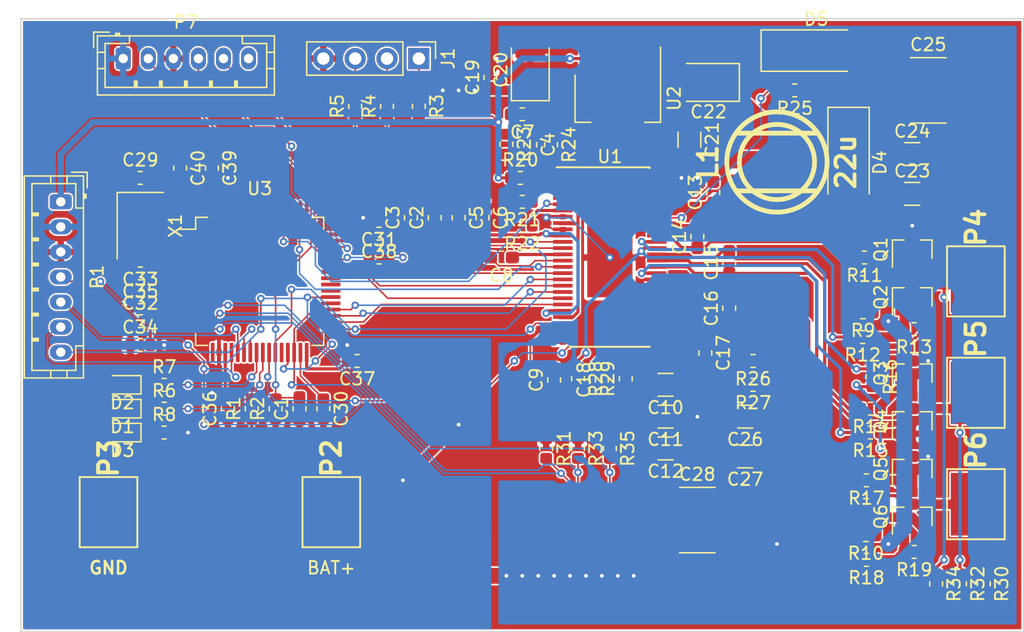
<source format=kicad_pcb>
(kicad_pcb (version 20171130) (host pcbnew "(5.1.4)-1")
  (layers (0 F.Cu signal) (31 B.Cu signal) (34 B.Paste user) (35 F.Paste user) (36 B.SilkS user) (37 F.SilkS user) (38 B.Mask user) (39 F.Mask user) (44 Edge.Cuts user))
  (net 0 "")
  (net 1 /MCU/AN_IN)
  (net 2 GND)
  (net 3 "Net-(C2-Pad1)")
  (net 4 "Net-(C4-Pad2)")
  (net 5 "Net-(C5-Pad2)")
  (net 6 "Net-(C7-Pad2)")
  (net 7 "Net-(C8-Pad2)")
  (net 8 "Net-(C8-Pad1)")
  (net 9 "Net-(C9-Pad2)")
  (net 10 V_SUPPLY)
  (net 11 "Net-(C13-Pad2)")
  (net 12 "Net-(C13-Pad1)")
  (net 13 "/Mosfet driver/H1_VS")
  (net 14 "Net-(C14-Pad2)")
  (net 15 "Net-(C15-Pad2)")
  (net 16 "/Mosfet driver/H2_VS")
  (net 17 "/Mosfet driver/H3_VS")
  (net 18 "Net-(C16-Pad2)")
  (net 19 "Net-(C17-Pad1)")
  (net 20 "Net-(C17-Pad2)")
  (net 21 "Net-(C18-Pad2)")
  (net 22 "Net-(C18-Pad1)")
  (net 23 VCC)
  (net 24 +5V)
  (net 25 "Net-(C29-Pad1)")
  (net 26 "Net-(C30-Pad1)")
  (net 27 "Net-(C31-Pad1)")
  (net 28 NRST)
  (net 29 "Net-(C35-Pad1)")
  (net 30 "Net-(D1-Pad1)")
  (net 31 "Net-(D2-Pad1)")
  (net 32 "Net-(D3-Pad1)")
  (net 33 "Net-(J1-Pad3)")
  (net 34 "Net-(J1-Pad2)")
  (net 35 "Net-(J1-Pad1)")
  (net 36 /SCK_ADC_EXT)
  (net 37 /TX_SDA)
  (net 38 /RX_SCL_MOSI)
  (net 39 /MISO_RX_SCL)
  (net 40 SWDIO)
  (net 41 "Net-(P7-Pad6)")
  (net 42 SWCLK)
  (net 43 /MCU/USB_DM)
  (net 44 /MCU/USB_DP)
  (net 45 /MCU/LED_RED)
  (net 46 /MCU/LED_GREEN)
  (net 47 "/Mosfet driver/H3_LOW")
  (net 48 "/Mosfet driver/H1_LOW")
  (net 49 "/Mosfet driver/M_H1")
  (net 50 "/Mosfet driver/M_L1")
  (net 51 "/Mosfet driver/M_H2")
  (net 52 "/Mosfet driver/M_L2")
  (net 53 "/Mosfet driver/M_H3")
  (net 54 "/Mosfet driver/M_L3")
  (net 55 "Net-(R20-Pad2)")
  (net 56 "Net-(R22-Pad1)")
  (net 57 "Net-(R24-Pad2)")
  (net 58 "Net-(R25-Pad2)")
  (net 59 /MCU/SENS1)
  (net 60 /MCU/SENS2)
  (net 61 /MCU/SENS3)
  (net 62 /MCU/H1)
  (net 63 /MCU/DC_CAL)
  (net 64 /MCU/EN_GATE)
  (net 65 /MCU/L1)
  (net 66 /MCU/H2)
  (net 67 /MCU/L2)
  (net 68 /MCU/H3)
  (net 69 /MCU/L3)
  (net 70 "Net-(U1-Pad4)")
  (net 71 "Net-(U1-Pad5)")
  (net 72 /MCU/FAULT)
  (net 73 /MCU/BR_SO1)
  (net 74 /MCU/BR_SO2)
  (net 75 "Net-(U1-Pad55)")
  (net 76 "Net-(U1-Pad56)")
  (net 77 "Net-(U3-Pad4)")
  (net 78 "Net-(U3-Pad8)")
  (net 79 "Net-(U3-Pad2)")
  (net 80 "Net-(U3-Pad3)")
  (net 81 /MCU/ADC_TEMP)
  (net 82 "Net-(U3-Pad39)")
  (net 83 "Net-(U3-Pad40)")
  (net 84 "Net-(U3-Pad50)")
  (net 85 "Net-(U3-Pad52)")
  (net 86 "Net-(U3-Pad54)")
  (net 87 "Net-(U3-Pad55)")
  (net 88 "Net-(U3-Pad56)")
  (net 89 "Net-(U3-Pad9)")
  (net 90 "Net-(U3-Pad11)")
  (net 91 "Net-(U3-Pad57)")
  (net 92 "Net-(U3-Pad58)")
  (net 93 "Net-(U3-Pad59)")
  (net 94 "Net-(U3-Pad28)")
  (net 95 "Net-(U3-Pad61)")
  (net 96 "Net-(U3-Pad62)")
  (net 97 "Net-(Q1-Pad1)")
  (net 98 "Net-(Q2-Pad1)")
  (net 99 "Net-(Q3-Pad1)")
  (net 100 "Net-(Q4-Pad1)")
  (net 101 "Net-(Q5-Pad1)")
  (net 102 "Net-(Q6-Pad1)")
  (module Package_QFP:LQFP-64_10x10mm_P0.5mm (layer F.Cu) (at 151.765 76.835)
    (fp_text reference U3 (at 0 -7.4) (layer F.SilkS))
    (fp_text value STM32F40X_LQFP64)
    (pad 64 smd roundrect (at -3.75 -5.675) (size 0.3 1.55) (layers F.Cu F.Paste F.Mask) (net 23 VCC))
    (pad 63 smd roundrect (at -3.25 -5.675) (size 0.3 1.55) (layers F.Cu F.Paste F.Mask) (net 2 GND))
    (pad 62 smd roundrect (at -2.75 -5.675) (size 0.3 1.55) (layers F.Cu F.Paste F.Mask) (net 96 "Net-(U3-Pad62)"))
    (pad 61 smd roundrect (at -2.25 -5.675) (size 0.3 1.55) (layers F.Cu F.Paste F.Mask) (net 95 "Net-(U3-Pad61)"))
    (pad 60 smd roundrect (at -1.75 -5.675) (size 0.3 1.55) (layers F.Cu F.Paste F.Mask) (net 2 GND))
    (pad 59 smd roundrect (at -1.25 -5.675) (size 0.3 1.55) (layers F.Cu F.Paste F.Mask) (net 93 "Net-(U3-Pad59)"))
    (pad 58 smd roundrect (at -0.75 -5.675) (size 0.3 1.55) (layers F.Cu F.Paste F.Mask) (net 92 "Net-(U3-Pad58)"))
    (pad 57 smd roundrect (at -0.25 -5.675) (size 0.3 1.55) (layers F.Cu F.Paste F.Mask) (net 91 "Net-(U3-Pad57)"))
    (pad 56 smd roundrect (at 0.25 -5.675) (size 0.3 1.55) (layers F.Cu F.Paste F.Mask) (net 88 "Net-(U3-Pad56)"))
    (pad 55 smd roundrect (at 0.75 -5.675) (size 0.3 1.55) (layers F.Cu F.Paste F.Mask) (net 87 "Net-(U3-Pad55)"))
    (pad 54 smd roundrect (at 1.25 -5.675) (size 0.3 1.55) (layers F.Cu F.Paste F.Mask) (net 86 "Net-(U3-Pad54)"))
    (pad 53 smd roundrect (at 1.75 -5.675) (size 0.3 1.55) (layers F.Cu F.Paste F.Mask) (net 72 /MCU/FAULT))
    (pad 52 smd roundrect (at 2.25 -5.675) (size 0.3 1.55) (layers F.Cu F.Paste F.Mask) (net 85 "Net-(U3-Pad52)"))
    (pad 51 smd roundrect (at 2.75 -5.675) (size 0.3 1.55) (layers F.Cu F.Paste F.Mask) (net 64 /MCU/EN_GATE))
    (pad 50 smd roundrect (at 3.25 -5.675) (size 0.3 1.55) (layers F.Cu F.Paste F.Mask) (net 84 "Net-(U3-Pad50)"))
    (pad 49 smd roundrect (at 3.75 -5.675) (size 0.3 1.55) (layers F.Cu F.Paste F.Mask) (net 42 SWCLK))
    (pad 48 smd roundrect (at 5.675 -3.75) (size 1.55 0.3) (layers F.Cu F.Paste F.Mask) (net 23 VCC))
    (pad 47 smd roundrect (at 5.675 -3.25) (size 1.55 0.3) (layers F.Cu F.Paste F.Mask) (net 27 "Net-(C31-Pad1)"))
    (pad 46 smd roundrect (at 5.675 -2.75) (size 1.55 0.3) (layers F.Cu F.Paste F.Mask) (net 40 SWDIO))
    (pad 45 smd roundrect (at 5.675 -2.25) (size 1.55 0.3) (layers F.Cu F.Paste F.Mask) (net 44 /MCU/USB_DP))
    (pad 44 smd roundrect (at 5.675 -1.75) (size 1.55 0.3) (layers F.Cu F.Paste F.Mask) (net 43 /MCU/USB_DM))
    (pad 43 smd roundrect (at 5.675 -1.25) (size 1.55 0.3) (layers F.Cu F.Paste F.Mask) (net 62 /MCU/H1))
    (pad 42 smd roundrect (at 5.675 -0.75) (size 1.55 0.3) (layers F.Cu F.Paste F.Mask) (net 66 /MCU/H2))
    (pad 41 smd roundrect (at 5.675 -0.25) (size 1.55 0.3) (layers F.Cu F.Paste F.Mask) (net 68 /MCU/H3))
    (pad 40 smd roundrect (at 5.675 0.25) (size 1.55 0.3) (layers F.Cu F.Paste F.Mask) (net 83 "Net-(U3-Pad40)"))
    (pad 39 smd roundrect (at 5.675 0.75) (size 1.55 0.3) (layers F.Cu F.Paste F.Mask) (net 82 "Net-(U3-Pad39)"))
    (pad 38 smd roundrect (at 5.675 1.25) (size 1.55 0.3) (layers F.Cu F.Paste F.Mask) (net 38 /RX_SCL_MOSI))
    (pad 37 smd roundrect (at 5.675 1.75) (size 1.55 0.3) (layers F.Cu F.Paste F.Mask) (net 37 /TX_SDA))
    (pad 36 smd roundrect (at 5.675 2.25) (size 1.55 0.3) (layers F.Cu F.Paste F.Mask) (net 65 /MCU/L1))
    (pad 35 smd roundrect (at 5.675 2.75) (size 1.55 0.3) (layers F.Cu F.Paste F.Mask) (net 67 /MCU/L2))
    (pad 34 smd roundrect (at 5.675 3.25) (size 1.55 0.3) (layers F.Cu F.Paste F.Mask) (net 69 /MCU/L3))
    (pad 33 smd roundrect (at 5.675 3.75) (size 1.55 0.3) (layers F.Cu F.Paste F.Mask) (net 63 /MCU/DC_CAL))
    (pad 32 smd roundrect (at 3.75 5.675) (size 0.3 1.55) (layers F.Cu F.Paste F.Mask) (net 23 VCC))
    (pad 31 smd roundrect (at 3.25 5.675) (size 0.3 1.55) (layers F.Cu F.Paste F.Mask) (net 26 "Net-(C30-Pad1)"))
    (pad 30 smd roundrect (at 2.75 5.675) (size 0.3 1.55) (layers F.Cu F.Paste F.Mask) (net 37 /TX_SDA))
    (pad 29 smd roundrect (at 2.25 5.675) (size 0.3 1.55) (layers F.Cu F.Paste F.Mask) (net 38 /RX_SCL_MOSI))
    (pad 28 smd roundrect (at 1.75 5.675) (size 0.3 1.55) (layers F.Cu F.Paste F.Mask) (net 94 "Net-(U3-Pad28)"))
    (pad 27 smd roundrect (at 1.25 5.675) (size 0.3 1.55) (layers F.Cu F.Paste F.Mask) (net 73 /MCU/BR_SO1))
    (pad 26 smd roundrect (at 0.75 5.675) (size 0.3 1.55) (layers F.Cu F.Paste F.Mask) (net 74 /MCU/BR_SO2))
    (pad 25 smd roundrect (at 0.25 5.675) (size 0.3 1.55) (layers F.Cu F.Paste F.Mask) (net 45 /MCU/LED_RED))
    (pad 24 smd roundrect (at -0.25 5.675) (size 0.3 1.55) (layers F.Cu F.Paste F.Mask) (net 46 /MCU/LED_GREEN))
    (pad 23 smd roundrect (at -0.75 5.675) (size 0.3 1.55) (layers F.Cu F.Paste F.Mask) (net 38 /RX_SCL_MOSI))
    (pad 22 smd roundrect (at -1.25 5.675) (size 0.3 1.55) (layers F.Cu F.Paste F.Mask) (net 39 /MISO_RX_SCL))
    (pad 21 smd roundrect (at -1.75 5.675) (size 0.3 1.55) (layers F.Cu F.Paste F.Mask) (net 36 /SCK_ADC_EXT))
    (pad 20 smd roundrect (at -2.25 5.675) (size 0.3 1.55) (layers F.Cu F.Paste F.Mask) (net 37 /TX_SDA))
    (pad 19 smd roundrect (at -2.75 5.675) (size 0.3 1.55) (layers F.Cu F.Paste F.Mask) (net 23 VCC))
    (pad 18 smd roundrect (at -3.25 5.675) (size 0.3 1.55) (layers F.Cu F.Paste F.Mask) (net 2 GND))
    (pad 17 smd roundrect (at -3.75 5.675) (size 0.3 1.55) (layers F.Cu F.Paste F.Mask) (net 81 /MCU/ADC_TEMP))
    (pad 16 smd roundrect (at -5.675 3.75) (size 1.55 0.3) (layers F.Cu F.Paste F.Mask) (net 59 /MCU/SENS1))
    (pad 15 smd roundrect (at -5.675 3.25) (size 1.55 0.3) (layers F.Cu F.Paste F.Mask) (net 60 /MCU/SENS2))
    (pad 14 smd roundrect (at -5.675 2.75) (size 1.55 0.3) (layers F.Cu F.Paste F.Mask) (net 61 /MCU/SENS3))
    (pad 13 smd roundrect (at -5.675 2.25) (size 1.55 0.3) (layers F.Cu F.Paste F.Mask) (net 23 VCC))
    (pad 12 smd roundrect (at -5.675 1.75) (size 1.55 0.3) (layers F.Cu F.Paste F.Mask) (net 2 GND))
    (pad 11 smd roundrect (at -5.675 1.25) (size 1.55 0.3) (layers F.Cu F.Paste F.Mask) (net 90 "Net-(U3-Pad11)"))
    (pad 10 smd roundrect (at -5.675 0.75) (size 1.55 0.3) (layers F.Cu F.Paste F.Mask) (net 1 /MCU/AN_IN))
    (pad 9 smd roundrect (at -5.675 0.25) (size 1.55 0.3) (layers F.Cu F.Paste F.Mask) (net 89 "Net-(U3-Pad9)"))
    (pad 8 smd roundrect (at -5.675 -0.25) (size 1.55 0.3) (layers F.Cu F.Paste F.Mask) (net 78 "Net-(U3-Pad8)"))
    (pad 7 smd roundrect (at -5.675 -0.75) (size 1.55 0.3) (layers F.Cu F.Paste F.Mask) (net 28 NRST))
    (pad 6 smd roundrect (at -5.675 -1.25) (size 1.55 0.3) (layers F.Cu F.Paste F.Mask) (net 29 "Net-(C35-Pad1)"))
    (pad 5 smd roundrect (at -5.675 -1.75) (size 1.55 0.3) (layers F.Cu F.Paste F.Mask) (net 25 "Net-(C29-Pad1)"))
    (pad 4 smd roundrect (at -5.675 -2.25) (size 1.55 0.3) (layers F.Cu F.Paste F.Mask) (net 77 "Net-(U3-Pad4)"))
    (pad 3 smd roundrect (at -5.675 -2.75) (size 1.55 0.3) (layers F.Cu F.Paste F.Mask) (net 80 "Net-(U3-Pad3)"))
    (pad 2 smd roundrect (at -5.675 -3.25) (size 1.55 0.3) (layers F.Cu F.Paste F.Mask) (net 79 "Net-(U3-Pad2)"))
    (pad 1 smd roundrect (at -5.675 -3.75) (size 1.55 0.3) (layers F.Cu F.Paste F.Mask) (net 23 VCC))
  )
  (module Resistor_SMD:R_0603_1608Metric (layer F.Cu) (at 164.465 62.865 270)
    (fp_text reference R3 (at 0 -1.43 90) (layer F.SilkS))
    (fp_text value 0R)
    (pad 1 smd roundrect (at -0.7875 0 270) (size 0.875 0.95) (layers F.Cu F.Paste F.Mask) (net 35 "Net-(J1-Pad1)"))
    (pad 2 smd roundrect (at 0.7875 0 270) (size 0.875 0.95) (layers F.Cu F.Paste F.Mask) (net 24 +5V))
  )
  (module Capacitor_SMD:C_0603_1608Metric_Pad1.05x0.95mm_HandSolder (layer F.Cu) (at 186.69 73.265 90)
    (fp_text reference C14 (at 0 -1.43 90) (layer F.SilkS))
    (fp_text value 220n)
    (pad 1 smd roundrect (at -0.875 0 90) (size 1.05 0.95) (layers F.Cu F.Paste F.Mask) (net 13 "/Mosfet driver/H1_VS"))
    (pad 2 smd roundrect (at 0.875 0 90) (size 1.05 0.95) (layers F.Cu F.Paste F.Mask) (net 14 "Net-(C14-Pad2)"))
  )
  (module Crystal:Crystal_SMD_5032-4Pin_5.0x3.2mm (layer F.Cu) (at 142.24 72.39 270)
    (fp_text reference X1 (at 0 -2.8 90) (layer F.SilkS))
    (fp_text value "8MHz 10ppm")
    (pad 1 smd rect (at -1.65 1 270) (size 1.6 1.3) (layers F.Cu F.Paste F.Mask) (net 25 "Net-(C29-Pad1)"))
    (pad 2 smd rect (at 1.65 1 270) (size 1.6 1.3) (layers F.Cu F.Paste F.Mask) (net 29 "Net-(C35-Pad1)"))
    (pad 3 smd rect (at 1.65 -1 270) (size 1.6 1.3) (layers F.Cu F.Paste F.Mask) (net 2 GND))
    (pad 4 smd rect (at -1.65 -1 270) (size 1.6 1.3) (layers F.Cu F.Paste F.Mask))
  )
  (module Package_TO_SOT_SMD:SOT-223-3_TabPin2 (layer F.Cu) (at 180.34 62.23 270)
    (fp_text reference U2 (at 0 -4.5 90) (layer F.SilkS))
    (fp_text value TC2117)
    (pad 1 smd rect (at -3.15 -2.3 270) (size 2 1.5) (layers F.Cu F.Paste F.Mask) (net 2 GND))
    (pad 3 smd rect (at -3.15 2.3 270) (size 2 1.5) (layers F.Cu F.Paste F.Mask) (net 24 +5V))
    (pad 2 smd rect (at -3.15 0 270) (size 2 1.5) (layers F.Cu F.Paste F.Mask) (net 23 VCC))
    (pad 2 smd rect (at 3.15 0 270) (size 2 3.8) (layers F.Cu F.Paste F.Mask) (net 23 VCC))
  )
  (module Package_SO:HTSSOP-56-1EP_6.1x14mm_P0.5mm_EP3.61x6.35mm (layer F.Cu) (at 179.705 74.93)
    (fp_text reference U1 (at 0 -8.05) (layer F.SilkS))
    (fp_text value DRV8302)
    (pad 57 smd rect (at 0 0) (size 3.61 6.35) (layers F.Cu F.Mask) (net 2 GND))
    (pad 56 smd rect (at 3.75 -6.75) (size 1.55 0.3) (layers F.Cu F.Paste F.Mask) (net 76 "Net-(U1-Pad56)"))
    (pad 55 smd rect (at 3.75 -6.25) (size 1.55 0.3) (layers F.Cu F.Paste F.Mask) (net 75 "Net-(U1-Pad55)"))
    (pad 54 smd rect (at 3.75 -5.75) (size 1.55 0.3) (layers F.Cu F.Paste F.Mask) (net 10 V_SUPPLY))
    (pad 53 smd rect (at 3.75 -5.25) (size 1.55 0.3) (layers F.Cu F.Paste F.Mask) (net 10 V_SUPPLY))
    (pad 52 smd rect (at 3.75 -4.75) (size 1.55 0.3) (layers F.Cu F.Paste F.Mask) (net 11 "Net-(C13-Pad2)"))
    (pad 51 smd rect (at 3.75 -4.25) (size 1.55 0.3) (layers F.Cu F.Paste F.Mask) (net 12 "Net-(C13-Pad1)"))
    (pad 50 smd rect (at 3.75 -3.75) (size 1.55 0.3) (layers F.Cu F.Paste F.Mask) (net 12 "Net-(C13-Pad1)"))
    (pad 49 smd rect (at 3.75 -3.25) (size 1.55 0.3) (layers F.Cu F.Paste F.Mask) (net 58 "Net-(R25-Pad2)"))
    (pad 48 smd rect (at 3.75 -2.75) (size 1.55 0.3) (layers F.Cu F.Paste F.Mask) (net 14 "Net-(C14-Pad2)"))
    (pad 47 smd rect (at 3.75 -2.25) (size 1.55 0.3) (layers F.Cu F.Paste F.Mask) (net 49 "/Mosfet driver/M_H1"))
    (pad 46 smd rect (at 3.75 -1.75) (size 1.55 0.3) (layers F.Cu F.Paste F.Mask) (net 13 "/Mosfet driver/H1_VS"))
    (pad 45 smd rect (at 3.75 -1.25) (size 1.55 0.3) (layers F.Cu F.Paste F.Mask) (net 50 "/Mosfet driver/M_L1"))
    (pad 44 smd rect (at 3.75 -0.75) (size 1.55 0.3) (layers F.Cu F.Paste F.Mask) (net 48 "/Mosfet driver/H1_LOW"))
    (pad 43 smd rect (at 3.75 -0.25) (size 1.55 0.3) (layers F.Cu F.Paste F.Mask) (net 15 "Net-(C15-Pad2)"))
    (pad 42 smd rect (at 3.75 0.25) (size 1.55 0.3) (layers F.Cu F.Paste F.Mask) (net 51 "/Mosfet driver/M_H2"))
    (pad 41 smd rect (at 3.75 0.75) (size 1.55 0.3) (layers F.Cu F.Paste F.Mask) (net 16 "/Mosfet driver/H2_VS"))
    (pad 40 smd rect (at 3.75 1.25) (size 1.55 0.3) (layers F.Cu F.Paste F.Mask) (net 52 "/Mosfet driver/M_L2"))
    (pad 39 smd rect (at 3.75 1.75) (size 1.55 0.3) (layers F.Cu F.Paste F.Mask) (net 2 GND))
    (pad 38 smd rect (at 3.75 2.25) (size 1.55 0.3) (layers F.Cu F.Paste F.Mask) (net 18 "Net-(C16-Pad2)"))
    (pad 37 smd rect (at 3.75 2.75) (size 1.55 0.3) (layers F.Cu F.Paste F.Mask) (net 53 "/Mosfet driver/M_H3"))
    (pad 36 smd rect (at 3.75 3.25) (size 1.55 0.3) (layers F.Cu F.Paste F.Mask) (net 17 "/Mosfet driver/H3_VS"))
    (pad 35 smd rect (at 3.75 3.75) (size 1.55 0.3) (layers F.Cu F.Paste F.Mask) (net 54 "/Mosfet driver/M_L3"))
    (pad 34 smd rect (at 3.75 4.25) (size 1.55 0.3) (layers F.Cu F.Paste F.Mask) (net 47 "/Mosfet driver/H3_LOW"))
    (pad 33 smd rect (at 3.75 4.75) (size 1.55 0.3) (layers F.Cu F.Paste F.Mask) (net 19 "Net-(C17-Pad1)"))
    (pad 32 smd rect (at 3.75 5.25) (size 1.55 0.3) (layers F.Cu F.Paste F.Mask) (net 20 "Net-(C17-Pad2)"))
    (pad 31 smd rect (at 3.75 5.75) (size 1.55 0.3) (layers F.Cu F.Paste F.Mask) (net 22 "Net-(C18-Pad1)"))
    (pad 30 smd rect (at 3.75 6.25) (size 1.55 0.3) (layers F.Cu F.Paste F.Mask) (net 21 "Net-(C18-Pad2)"))
    (pad 29 smd rect (at 3.75 6.75) (size 1.55 0.3) (layers F.Cu F.Paste F.Mask) (net 10 V_SUPPLY))
    (pad 28 smd rect (at -3.75 6.75) (size 1.55 0.3) (layers F.Cu F.Paste F.Mask) (net 2 GND))
    (pad 27 smd rect (at -3.75 6.25) (size 1.55 0.3) (layers F.Cu F.Paste F.Mask) (net 9 "Net-(C9-Pad2)"))
    (pad 26 smd rect (at -3.75 5.75) (size 1.55 0.3) (layers F.Cu F.Paste F.Mask) (net 74 /MCU/BR_SO2))
    (pad 25 smd rect (at -3.75 5.25) (size 1.55 0.3) (layers F.Cu F.Paste F.Mask) (net 73 /MCU/BR_SO1))
    (pad 24 smd rect (at -3.75 4.75) (size 1.55 0.3) (layers F.Cu F.Paste F.Mask) (net 23 VCC))
    (pad 23 smd rect (at -3.75 4.25) (size 1.55 0.3) (layers F.Cu F.Paste F.Mask) (net 5 "Net-(C5-Pad2)"))
    (pad 22 smd rect (at -3.75 3.75) (size 1.55 0.3) (layers F.Cu F.Paste F.Mask) (net 69 /MCU/L3))
    (pad 21 smd rect (at -3.75 3.25) (size 1.55 0.3) (layers F.Cu F.Paste F.Mask) (net 68 /MCU/H3))
    (pad 20 smd rect (at -3.75 2.75) (size 1.55 0.3) (layers F.Cu F.Paste F.Mask) (net 67 /MCU/L2))
    (pad 19 smd rect (at -3.75 2.25) (size 1.55 0.3) (layers F.Cu F.Paste F.Mask) (net 66 /MCU/H2))
    (pad 18 smd rect (at -3.75 1.75) (size 1.55 0.3) (layers F.Cu F.Paste F.Mask) (net 65 /MCU/L1))
    (pad 17 smd rect (at -3.75 1.25) (size 1.55 0.3) (layers F.Cu F.Paste F.Mask) (net 62 /MCU/H1))
    (pad 16 smd rect (at -3.75 0.75) (size 1.55 0.3) (layers F.Cu F.Paste F.Mask) (net 64 /MCU/EN_GATE))
    (pad 15 smd rect (at -3.75 0.25) (size 1.55 0.3) (layers F.Cu F.Paste F.Mask) (net 7 "Net-(C8-Pad2)"))
    (pad 14 smd rect (at -3.75 -0.25) (size 1.55 0.3) (layers F.Cu F.Paste F.Mask) (net 8 "Net-(C8-Pad1)"))
    (pad 13 smd rect (at -3.75 -0.75) (size 1.55 0.3) (layers F.Cu F.Paste F.Mask) (net 3 "Net-(C2-Pad1)"))
    (pad 12 smd rect (at -3.75 -1.25) (size 1.55 0.3) (layers F.Cu F.Paste F.Mask) (net 63 /MCU/DC_CAL))
    (pad 11 smd rect (at -3.75 -1.75) (size 1.55 0.3) (layers F.Cu F.Paste F.Mask) (net 5 "Net-(C5-Pad2)"))
    (pad 10 smd rect (at -3.75 -2.25) (size 1.55 0.3) (layers F.Cu F.Paste F.Mask) (net 2 GND))
    (pad 9 smd rect (at -3.75 -2.75) (size 1.55 0.3) (layers F.Cu F.Paste F.Mask) (net 23 VCC))
    (pad 8 smd rect (at -3.75 -3.25) (size 1.55 0.3) (layers F.Cu F.Paste F.Mask) (net 2 GND))
    (pad 7 smd rect (at -3.75 -3.75) (size 1.55 0.3) (layers F.Cu F.Paste F.Mask) (net 56 "Net-(R22-Pad1)"))
    (pad 6 smd rect (at -3.75 -4.25) (size 1.55 0.3) (layers F.Cu F.Paste F.Mask) (net 72 /MCU/FAULT))
    (pad 5 smd rect (at -3.75 -4.75) (size 1.55 0.3) (layers F.Cu F.Paste F.Mask) (net 71 "Net-(U1-Pad5)"))
    (pad 4 smd rect (at -3.75 -5.25) (size 1.55 0.3) (layers F.Cu F.Paste F.Mask) (net 70 "Net-(U1-Pad4)"))
    (pad 3 smd rect (at -3.75 -5.75) (size 1.55 0.3) (layers F.Cu F.Paste F.Mask) (net 55 "Net-(R20-Pad2)"))
    (pad 2 smd rect (at -3.75 -6.25) (size 1.55 0.3) (layers F.Cu F.Paste F.Mask) (net 4 "Net-(C4-Pad2)"))
    (pad 1 smd rect (at -3.75 -6.75) (size 1.55 0.3) (layers F.Cu F.Paste F.Mask) (net 57 "Net-(R24-Pad2)"))
  )
  (module Resistor_SMD:R_0603_1608Metric (layer F.Cu) (at 179.705 90.17 270)
    (fp_text reference R35 (at 0 -1.43 90) (layer F.SilkS))
    (fp_text value 2k2)
    (pad 2 smd roundrect (at 0.7875 0 270) (size 0.875 0.95) (layers F.Cu F.Paste F.Mask) (net 61 /MCU/SENS3))
    (pad 1 smd roundrect (at -0.7875 0 270) (size 0.875 0.95) (layers F.Cu F.Paste F.Mask) (net 2 GND))
  )
  (module Resistor_SMD:R_0603_1608Metric (layer F.Cu) (at 205.74 100.965 270)
    (fp_text reference R34 (at 0 -1.43 90) (layer F.SilkS))
    (fp_text value 39k)
    (pad 2 smd roundrect (at 0.7875 0 270) (size 0.875 0.95) (layers F.Cu F.Paste F.Mask) (net 61 /MCU/SENS3))
    (pad 1 smd roundrect (at -0.7875 0 270) (size 0.875 0.95) (layers F.Cu F.Paste F.Mask) (net 13 "/Mosfet driver/H1_VS"))
  )
  (module Resistor_SMD:R_0603_1608Metric (layer F.Cu) (at 177.165 90.17 270)
    (fp_text reference R33 (at 0 -1.43 90) (layer F.SilkS))
    (fp_text value 2k2)
    (pad 2 smd roundrect (at 0.7875 0 270) (size 0.875 0.95) (layers F.Cu F.Paste F.Mask) (net 60 /MCU/SENS2))
    (pad 1 smd roundrect (at -0.7875 0 270) (size 0.875 0.95) (layers F.Cu F.Paste F.Mask) (net 2 GND))
  )
  (module Resistor_SMD:R_0603_1608Metric (layer F.Cu) (at 207.645 100.965 270)
    (fp_text reference R32 (at 0 -1.43 90) (layer F.SilkS))
    (fp_text value 39k)
    (pad 2 smd roundrect (at 0.7875 0 270) (size 0.875 0.95) (layers F.Cu F.Paste F.Mask) (net 60 /MCU/SENS2))
    (pad 1 smd roundrect (at -0.7875 0 270) (size 0.875 0.95) (layers F.Cu F.Paste F.Mask) (net 16 "/Mosfet driver/H2_VS"))
  )
  (module Resistor_SMD:R_0603_1608Metric (layer F.Cu) (at 174.625 90.17 270)
    (fp_text reference R31 (at 0 -1.43 90) (layer F.SilkS))
    (fp_text value 2k2)
    (pad 2 smd roundrect (at 0.7875 0 270) (size 0.875 0.95) (layers F.Cu F.Paste F.Mask) (net 59 /MCU/SENS1))
    (pad 1 smd roundrect (at -0.7875 0 270) (size 0.875 0.95) (layers F.Cu F.Paste F.Mask) (net 2 GND))
  )
  (module Resistor_SMD:R_0603_1608Metric (layer F.Cu) (at 209.55 100.965 270)
    (fp_text reference R30 (at 0 -1.43 90) (layer F.SilkS))
    (fp_text value 39k)
    (pad 2 smd roundrect (at 0.7875 0 270) (size 0.875 0.95) (layers F.Cu F.Paste F.Mask) (net 59 /MCU/SENS1))
    (pad 1 smd roundrect (at -0.7875 0 270) (size 0.875 0.95) (layers F.Cu F.Paste F.Mask) (net 17 "/Mosfet driver/H3_VS"))
  )
  (module Resistor_SMD:R_0603_1608Metric (layer F.Cu) (at 180.975 84.6075 90)
    (fp_text reference R29 (at 0 -1.43 90) (layer F.SilkS))
    (fp_text value 100R)
    (pad 2 smd roundrect (at 0.7875 0 90) (size 0.875 0.95) (layers F.Cu F.Paste F.Mask) (net 21 "Net-(C18-Pad2)"))
    (pad 1 smd roundrect (at -0.7875 0 90) (size 0.875 0.95) (layers F.Cu F.Paste F.Mask) (net 2 GND))
  )
  (module Resistor_SMD:R_0603_1608Metric (layer F.Cu) (at 177.165 84.6075 270)
    (fp_text reference R28 (at 0 -1.43 90) (layer F.SilkS))
    (fp_text value 100R)
    (pad 2 smd roundrect (at 0.7875 0 270) (size 0.875 0.95) (layers F.Cu F.Paste F.Mask) (net 22 "Net-(C18-Pad1)"))
    (pad 1 smd roundrect (at -0.7875 0 270) (size 0.875 0.95) (layers F.Cu F.Paste F.Mask) (net 48 "/Mosfet driver/H1_LOW"))
  )
  (module Resistor_SMD:R_0603_1608Metric (layer F.Cu) (at 191.135 85.09 180)
    (fp_text reference R27 (at 0 -1.43) (layer F.SilkS))
    (fp_text value 100R)
    (pad 1 smd roundrect (at -0.7875 0 180) (size 0.875 0.95) (layers F.Cu F.Paste F.Mask) (net 2 GND))
    (pad 2 smd roundrect (at 0.7875 0 180) (size 0.875 0.95) (layers F.Cu F.Paste F.Mask) (net 20 "Net-(C17-Pad2)"))
  )
  (module Resistor_SMD:R_0603_1608Metric (layer F.Cu) (at 191.135 83.185 180)
    (fp_text reference R26 (at 0 -1.43) (layer F.SilkS))
    (fp_text value 100R)
    (pad 2 smd roundrect (at 0.7875 0 180) (size 0.875 0.95) (layers F.Cu F.Paste F.Mask) (net 19 "Net-(C17-Pad1)"))
    (pad 1 smd roundrect (at -0.7875 0 180) (size 0.875 0.95) (layers F.Cu F.Paste F.Mask) (net 47 "/Mosfet driver/H3_LOW"))
  )
  (module Resistor_SMD:R_0603_1608Metric (layer F.Cu) (at 194.4625 61.595 180)
    (fp_text reference R25 (at 0 -1.43) (layer F.SilkS))
    (fp_text value 1M)
    (pad 2 smd roundrect (at 0.7875 0 180) (size 0.875 0.95) (layers F.Cu F.Paste F.Mask) (net 58 "Net-(R25-Pad2)"))
    (pad 1 smd roundrect (at -0.7875 0 180) (size 0.875 0.95) (layers F.Cu F.Paste F.Mask) (net 2 GND))
  )
  (module Resistor_SMD:R_0603_1608Metric (layer F.Cu) (at 175.017999 65.925 270)
    (fp_text reference R24 (at 0 -1.43 90) (layer F.SilkS))
    (fp_text value 220k)
    (pad 2 smd roundrect (at 0.7875 0 270) (size 0.875 0.95) (layers F.Cu F.Paste F.Mask) (net 57 "Net-(R24-Pad2)"))
    (pad 1 smd roundrect (at -0.7875 0 270) (size 0.875 0.95) (layers F.Cu F.Paste F.Mask) (net 2 GND))
  )
  (module Resistor_SMD:R_0603_1608Metric (layer F.Cu) (at 171.45 65.8875 270)
    (fp_text reference R23 (at 0 -1.43 90) (layer F.SilkS))
    (fp_text value 15k)
    (pad 1 smd roundrect (at -0.7875 0 270) (size 0.875 0.95) (layers F.Cu F.Paste F.Mask) (net 6 "Net-(C7-Pad2)"))
    (pad 2 smd roundrect (at 0.7875 0 270) (size 0.875 0.95) (layers F.Cu F.Paste F.Mask) (net 4 "Net-(C4-Pad2)"))
  )
  (module Resistor_SMD:R_0603_1608Metric (layer F.Cu) (at 172.72 72.39 180)
    (fp_text reference R22 (at 0 -1.43) (layer F.SilkS))
    (fp_text value 10k)
    (pad 1 smd roundrect (at -0.7875 0 180) (size 0.875 0.95) (layers F.Cu F.Paste F.Mask) (net 56 "Net-(R22-Pad1)"))
    (pad 2 smd roundrect (at 0.7875 0 180) (size 0.875 0.95) (layers F.Cu F.Paste F.Mask) (net 2 GND))
  )
  (module Resistor_SMD:R_0603_1608Metric (layer F.Cu) (at 172.72 70.485 180)
    (fp_text reference R21 (at 0 -1.43) (layer F.SilkS))
    (fp_text value 3k3)
    (pad 1 smd roundrect (at -0.7875 0 180) (size 0.875 0.95) (layers F.Cu F.Paste F.Mask) (net 55 "Net-(R20-Pad2)"))
    (pad 2 smd roundrect (at 0.7875 0 180) (size 0.875 0.95) (layers F.Cu F.Paste F.Mask) (net 2 GND))
  )
  (module Resistor_SMD:R_0603_1608Metric (layer F.Cu) (at 172.5675 68.58)
    (fp_text reference R20 (at 0 -1.43) (layer F.SilkS))
    (fp_text value 18k)
    (pad 1 smd roundrect (at -0.7875 0) (size 0.875 0.95) (layers F.Cu F.Paste F.Mask) (net 24 +5V))
    (pad 2 smd roundrect (at 0.7875 0) (size 0.875 0.95) (layers F.Cu F.Paste F.Mask) (net 55 "Net-(R20-Pad2)"))
  )
  (module Resistor_SMD:R_0603_1608Metric (layer F.Cu) (at 203.9875 98.425 180)
    (fp_text reference R19 (at 0 -1.43) (layer F.SilkS))
    (fp_text value 39k)
    (pad 2 smd roundrect (at 0.7875 0 180) (size 0.875 0.95) (layers F.Cu F.Paste F.Mask) (net 102 "Net-(Q6-Pad1)"))
    (pad 1 smd roundrect (at -0.7875 0 180) (size 0.875 0.95) (layers F.Cu F.Paste F.Mask) (net 47 "/Mosfet driver/H3_LOW"))
  )
  (module Resistor_SMD:R_0603_1608Metric (layer F.Cu) (at 200.1775 99.06 180)
    (fp_text reference R18 (at 0 -1.43) (layer F.SilkS))
    (fp_text value 4R7)
    (pad 2 smd roundrect (at 0.7875 0 180) (size 0.875 0.95) (layers F.Cu F.Paste F.Mask) (net 54 "/Mosfet driver/M_L3"))
    (pad 1 smd roundrect (at -0.7875 0 180) (size 0.875 0.95) (layers F.Cu F.Paste F.Mask) (net 102 "Net-(Q6-Pad1)"))
  )
  (module Resistor_SMD:R_0603_1608Metric (layer F.Cu) (at 200.1775 92.71 180)
    (fp_text reference R17 (at 0 -1.43) (layer F.SilkS))
    (fp_text value 4R7)
    (pad 2 smd roundrect (at 0.7875 0 180) (size 0.875 0.95) (layers F.Cu F.Paste F.Mask) (net 53 "/Mosfet driver/M_H3"))
    (pad 1 smd roundrect (at -0.7875 0 180) (size 0.875 0.95) (layers F.Cu F.Paste F.Mask) (net 101 "Net-(Q5-Pad1)"))
  )
  (module Resistor_SMD:R_0603_1608Metric (layer F.Cu) (at 200.66 84.455 270)
    (fp_text reference R16 (at 0 -1.43 90) (layer F.SilkS))
    (fp_text value 39k)
    (pad 2 smd roundrect (at 0.7875 0 270) (size 0.875 0.95) (layers F.Cu F.Paste F.Mask) (net 100 "Net-(Q4-Pad1)"))
    (pad 1 smd roundrect (at -0.7875 0 270) (size 0.875 0.95) (layers F.Cu F.Paste F.Mask) (net 48 "/Mosfet driver/H1_LOW"))
  )
  (module Resistor_SMD:R_0603_1608Metric (layer F.Cu) (at 200.5075 88.9 180)
    (fp_text reference R15 (at 0 -1.43) (layer F.SilkS))
    (fp_text value 4R7)
    (pad 2 smd roundrect (at 0.7875 0 180) (size 0.875 0.95) (layers F.Cu F.Paste F.Mask) (net 52 "/Mosfet driver/M_L2"))
    (pad 1 smd roundrect (at -0.7875 0 180) (size 0.875 0.95) (layers F.Cu F.Paste F.Mask) (net 100 "Net-(Q4-Pad1)"))
  )
  (module Resistor_SMD:R_0603_1608Metric (layer F.Cu) (at 200.5075 86.995 180)
    (fp_text reference R14 (at 0 -1.43) (layer F.SilkS))
    (fp_text value 4R7)
    (pad 2 smd roundrect (at 0.7875 0 180) (size 0.875 0.95) (layers F.Cu F.Paste F.Mask) (net 51 "/Mosfet driver/M_H2"))
    (pad 1 smd roundrect (at -0.7875 0 180) (size 0.875 0.95) (layers F.Cu F.Paste F.Mask) (net 99 "Net-(Q3-Pad1)"))
  )
  (module Resistor_SMD:R_0603_1608Metric (layer F.Cu) (at 203.9875 80.645 180)
    (fp_text reference R13 (at 0 -1.43) (layer F.SilkS))
    (fp_text value 39k)
    (pad 1 smd roundrect (at -0.7875 0 180) (size 0.875 0.95) (layers F.Cu F.Paste F.Mask) (net 48 "/Mosfet driver/H1_LOW"))
    (pad 2 smd roundrect (at 0.7875 0 180) (size 0.875 0.95) (layers F.Cu F.Paste F.Mask) (net 98 "Net-(Q2-Pad1)"))
  )
  (module Resistor_SMD:R_0603_1608Metric (layer F.Cu) (at 199.8725 81.28 180)
    (fp_text reference R12 (at 0 -1.43) (layer F.SilkS))
    (fp_text value 4R7)
    (pad 1 smd roundrect (at -0.7875 0 180) (size 0.875 0.95) (layers F.Cu F.Paste F.Mask) (net 98 "Net-(Q2-Pad1)"))
    (pad 2 smd roundrect (at 0.7875 0 180) (size 0.875 0.95) (layers F.Cu F.Paste F.Mask) (net 50 "/Mosfet driver/M_L1"))
  )
  (module Resistor_SMD:R_0603_1608Metric (layer F.Cu) (at 200.025 74.93 180)
    (fp_text reference R11 (at 0 -1.43) (layer F.SilkS))
    (fp_text value 4R7)
    (pad 1 smd roundrect (at -0.7875 0 180) (size 0.875 0.95) (layers F.Cu F.Paste F.Mask) (net 97 "Net-(Q1-Pad1)"))
    (pad 2 smd roundrect (at 0.7875 0 180) (size 0.875 0.95) (layers F.Cu F.Paste F.Mask) (net 49 "/Mosfet driver/M_H1"))
  )
  (module Resistor_SMD:R_0603_1608Metric (layer F.Cu) (at 144.145 88.9)
    (fp_text reference R8 (at 0 -1.43) (layer F.SilkS))
    (fp_text value 2k2)
    (pad 2 smd roundrect (at 0.7875 0) (size 0.875 0.95) (layers F.Cu F.Paste F.Mask) (net 23 VCC))
    (pad 1 smd roundrect (at -0.7875 0) (size 0.875 0.95) (layers F.Cu F.Paste F.Mask) (net 32 "Net-(D3-Pad1)"))
  )
  (module Resistor_SMD:R_0603_1608Metric (layer F.Cu) (at 144.145 85.09)
    (fp_text reference R7 (at 0 -1.43) (layer F.SilkS))
    (fp_text value 100R)
    (pad 2 smd roundrect (at 0.7875 0) (size 0.875 0.95) (layers F.Cu F.Paste F.Mask) (net 46 /MCU/LED_GREEN))
    (pad 1 smd roundrect (at -0.7875 0) (size 0.875 0.95) (layers F.Cu F.Paste F.Mask) (net 31 "Net-(D2-Pad1)"))
  )
  (module Resistor_SMD:R_0603_1608Metric (layer F.Cu) (at 144.145 86.995)
    (fp_text reference R6 (at 0 -1.43) (layer F.SilkS))
    (fp_text value 100R)
    (pad 2 smd roundrect (at 0.7875 0) (size 0.875 0.95) (layers F.Cu F.Paste F.Mask) (net 45 /MCU/LED_RED))
    (pad 1 smd roundrect (at -0.7875 0) (size 0.875 0.95) (layers F.Cu F.Paste F.Mask) (net 30 "Net-(D1-Pad1)"))
  )
  (module Resistor_SMD:R_0603_1608Metric (layer F.Cu) (at 159.385 62.865 90)
    (fp_text reference R5 (at 0 -1.43 90) (layer F.SilkS))
    (fp_text value 22R)
    (pad 1 smd roundrect (at -0.7875 0 90) (size 0.875 0.95) (layers F.Cu F.Paste F.Mask) (net 44 /MCU/USB_DP))
    (pad 2 smd roundrect (at 0.7875 0 90) (size 0.875 0.95) (layers F.Cu F.Paste F.Mask) (net 33 "Net-(J1-Pad3)"))
  )
  (module Resistor_SMD:R_0603_1608Metric (layer F.Cu) (at 161.925 62.865 90)
    (fp_text reference R4 (at 0 -1.43 90) (layer F.SilkS))
    (fp_text value 22R)
    (pad 1 smd roundrect (at -0.7875 0 90) (size 0.875 0.95) (layers F.Cu F.Paste F.Mask) (net 43 /MCU/USB_DM))
    (pad 2 smd roundrect (at 0.7875 0 90) (size 0.875 0.95) (layers F.Cu F.Paste F.Mask) (net 34 "Net-(J1-Pad2)"))
  )
  (module Resistor_SMD:R_0603_1608Metric (layer F.Cu) (at 153.035 86.995 90)
    (fp_text reference R2 (at 0 -1.43 90) (layer F.SilkS))
    (fp_text value 2k2)
    (pad 1 smd roundrect (at -0.7875 0 90) (size 0.875 0.95) (layers F.Cu F.Paste F.Mask) (net 2 GND))
    (pad 2 smd roundrect (at 0.7875 0 90) (size 0.875 0.95) (layers F.Cu F.Paste F.Mask) (net 1 /MCU/AN_IN))
  )
  (module Resistor_SMD:R_0603_1608Metric (layer F.Cu) (at 151.13 86.995 90)
    (fp_text reference R1 (at 0 -1.43 90) (layer F.SilkS))
    (fp_text value 39k)
    (pad 1 smd roundrect (at -0.7875 0 90) (size 0.875 0.95) (layers F.Cu F.Paste F.Mask) (net 10 V_SUPPLY))
    (pad 2 smd roundrect (at 0.7875 0 90) (size 0.875 0.95) (layers F.Cu F.Paste F.Mask) (net 1 /MCU/AN_IN))
  )
  (module Package_TO_SOT_SMD:SOT-23 (layer F.Cu) (at 203.835 95.615 90)
    (fp_text reference Q6 (at 0 -2.5 90) (layer F.SilkS))
    (fp_text value Si2302CDS)
    (pad 3 smd rect (at 1 0 90) (size 0.9 0.8) (layers F.Cu F.Paste F.Mask) (net 17 "/Mosfet driver/H3_VS"))
    (pad 2 smd rect (at -1 0.95 90) (size 0.9 0.8) (layers F.Cu F.Paste F.Mask) (net 47 "/Mosfet driver/H3_LOW"))
    (pad 1 smd rect (at -1 -0.95 90) (size 0.9 0.8) (layers F.Cu F.Paste F.Mask) (net 102 "Net-(Q6-Pad1)"))
  )
  (module Package_TO_SOT_SMD:SOT-23 (layer F.Cu) (at 203.835 91.805 90)
    (fp_text reference Q5 (at 0 -2.5 90) (layer F.SilkS))
    (fp_text value Si2302CDS)
    (pad 3 smd rect (at 1 0 90) (size 0.9 0.8) (layers F.Cu F.Paste F.Mask) (net 10 V_SUPPLY))
    (pad 2 smd rect (at -1 0.95 90) (size 0.9 0.8) (layers F.Cu F.Paste F.Mask) (net 17 "/Mosfet driver/H3_VS"))
    (pad 1 smd rect (at -1 -0.95 90) (size 0.9 0.8) (layers F.Cu F.Paste F.Mask) (net 101 "Net-(Q5-Pad1)"))
  )
  (module Package_TO_SOT_SMD:SOT-23 (layer F.Cu) (at 203.835 87.995 90)
    (fp_text reference Q4 (at 0 -2.5 90) (layer F.SilkS))
    (fp_text value Si2302CDS)
    (pad 3 smd rect (at 1 0 90) (size 0.9 0.8) (layers F.Cu F.Paste F.Mask) (net 16 "/Mosfet driver/H2_VS"))
    (pad 2 smd rect (at -1 0.95 90) (size 0.9 0.8) (layers F.Cu F.Paste F.Mask) (net 2 GND))
    (pad 1 smd rect (at -1 -0.95 90) (size 0.9 0.8) (layers F.Cu F.Paste F.Mask) (net 100 "Net-(Q4-Pad1)"))
  )
  (module Package_TO_SOT_SMD:SOT-23 (layer F.Cu) (at 203.835 84.185 90)
    (fp_text reference Q3 (at 0 -2.5 90) (layer F.SilkS))
    (fp_text value Si2302CDS)
    (pad 3 smd rect (at 1 0 90) (size 0.9 0.8) (layers F.Cu F.Paste F.Mask) (net 10 V_SUPPLY))
    (pad 2 smd rect (at -1 0.95 90) (size 0.9 0.8) (layers F.Cu F.Paste F.Mask) (net 16 "/Mosfet driver/H2_VS"))
    (pad 1 smd rect (at -1 -0.95 90) (size 0.9 0.8) (layers F.Cu F.Paste F.Mask) (net 99 "Net-(Q3-Pad1)"))
  )
  (module Package_TO_SOT_SMD:SOT-23 (layer F.Cu) (at 203.835 78.105 90)
    (fp_text reference Q2 (at 0 -2.5 90) (layer F.SilkS))
    (fp_text value Si2302CDS)
    (pad 1 smd rect (at -1 -0.95 90) (size 0.9 0.8) (layers F.Cu F.Paste F.Mask) (net 98 "Net-(Q2-Pad1)"))
    (pad 2 smd rect (at -1 0.95 90) (size 0.9 0.8) (layers F.Cu F.Paste F.Mask) (net 48 "/Mosfet driver/H1_LOW"))
    (pad 3 smd rect (at 1 0 90) (size 0.9 0.8) (layers F.Cu F.Paste F.Mask) (net 13 "/Mosfet driver/H1_VS"))
  )
  (module Package_TO_SOT_SMD:SOT-23 (layer F.Cu) (at 203.835 74.295 90)
    (fp_text reference Q1 (at 0 -2.5 90) (layer F.SilkS))
    (fp_text value Si2302CDS)
    (pad 1 smd rect (at -1 -0.95 90) (size 0.9 0.8) (layers F.Cu F.Paste F.Mask) (net 97 "Net-(Q1-Pad1)"))
    (pad 2 smd rect (at -1 0.95 90) (size 0.9 0.8) (layers F.Cu F.Paste F.Mask) (net 13 "/Mosfet driver/H1_VS"))
    (pad 3 smd rect (at 1 0 90) (size 0.9 0.8) (layers F.Cu F.Paste F.Mask) (net 10 V_SUPPLY))
  )
  (module Connector_JST:JST_PH_B6B-PH-K_1x06_P2.00mm_Vertical (layer F.Cu) (at 140.875 59.055)
    (fp_text reference P7 (at 5 -2.9) (layer F.SilkS))
    (fp_text value SWD)
    (pad 6 thru_hole oval (at 10 0) (size 1.2 1.75) (drill 0.75) (layers *.Cu *.Mask) (net 41 "Net-(P7-Pad6)"))
    (pad 5 thru_hole oval (at 8 0) (size 1.2 1.75) (drill 0.75) (layers *.Cu *.Mask) (net 28 NRST))
    (pad 4 thru_hole oval (at 6 0) (size 1.2 1.75) (drill 0.75) (layers *.Cu *.Mask) (net 40 SWDIO))
    (pad 3 thru_hole oval (at 4 0) (size 1.2 1.75) (drill 0.75) (layers *.Cu *.Mask) (net 2 GND))
    (pad 2 thru_hole oval (at 2 0) (size 1.2 1.75) (drill 0.75) (layers *.Cu *.Mask) (net 42 SWCLK))
    (pad 1 thru_hole roundrect (at 0 0) (size 1.2 1.75) (drill 0.75) (layers *.Cu *.Mask) (roundrect_rratio 0.208333) (net 23 VCC))
  )
  (module Connector_JST:JST_PH_B7B-PH-K_1x07_P2.00mm_Vertical (layer F.Cu) (at 135.89 70.485 270)
    (fp_text reference P1 (at 6 -2.9 90) (layer F.SilkS))
    (fp_text value PWR_COMM)
    (pad 7 thru_hole oval (at 12 0 270) (size 1.2 1.75) (drill 0.75) (layers *.Cu *.Mask) (net 39 /MISO_RX_SCL))
    (pad 6 thru_hole oval (at 10 0 270) (size 1.2 1.75) (drill 0.75) (layers *.Cu *.Mask) (net 38 /RX_SCL_MOSI))
    (pad 5 thru_hole oval (at 8 0 270) (size 1.2 1.75) (drill 0.75) (layers *.Cu *.Mask) (net 37 /TX_SDA))
    (pad 4 thru_hole oval (at 6 0 270) (size 1.2 1.75) (drill 0.75) (layers *.Cu *.Mask) (net 36 /SCK_ADC_EXT))
    (pad 3 thru_hole oval (at 4 0 270) (size 1.2 1.75) (drill 0.75) (layers *.Cu *.Mask) (net 2 GND))
    (pad 2 thru_hole oval (at 2 0 270) (size 1.2 1.75) (drill 0.75) (layers *.Cu *.Mask) (net 23 VCC))
    (pad 1 thru_hole roundrect (at 0 0 270) (size 1.2 1.75) (drill 0.75) (layers *.Cu *.Mask) (roundrect_rratio 0.208333) (net 24 +5V))
  )
  (module Connector_PinHeader_2.54mm:PinHeader_1x04_P2.54mm_Vertical (layer F.Cu) (at 164.465 59.055 270)
    (fp_text reference J1 (at 0 -2.33 90) (layer F.SilkS))
    (fp_text value Conn_01x04)
    (pad 1 thru_hole rect (at 0 0 270) (size 1.7 1.7) (drill 1) (layers *.Cu *.Mask) (net 35 "Net-(J1-Pad1)"))
    (pad 2 thru_hole oval (at 0 2.54 270) (size 1.7 1.7) (drill 1) (layers *.Cu *.Mask) (net 34 "Net-(J1-Pad2)"))
    (pad 3 thru_hole oval (at 0 5.08 270) (size 1.7 1.7) (drill 1) (layers *.Cu *.Mask) (net 33 "Net-(J1-Pad3)"))
    (pad 4 thru_hole oval (at 0 7.62 270) (size 1.7 1.7) (drill 1) (layers *.Cu *.Mask) (net 2 GND))
  )
  (module Diode_SMD:D_SMA_Handsoldering (layer F.Cu) (at 196.175 58.42)
    (fp_text reference D5 (at 0 -2.5) (layer F.SilkS))
    (fp_text value "TVS 5V")
    (pad 2 smd rect (at 2.5 0) (size 3.5 1.8) (layers F.Cu F.Paste F.Mask) (net 2 GND))
    (pad 1 smd rect (at -2.5 0) (size 3.5 1.8) (layers F.Cu F.Paste F.Mask) (net 24 +5V))
  )
  (module Diode_SMD:D_SMA_Handsoldering (layer F.Cu) (at 198.755 67.35 270)
    (fp_text reference D4 (at 0 -2.5 90) (layer F.SilkS))
    (fp_text value DIODESCH)
    (pad 2 smd rect (at 2.5 0 270) (size 3.5 1.8) (layers F.Cu F.Paste F.Mask) (net 12 "Net-(C13-Pad1)"))
    (pad 1 smd rect (at -2.5 0 270) (size 3.5 1.8) (layers F.Cu F.Paste F.Mask) (net 2 GND))
  )
  (module LED_SMD:LED_0603_1608Metric (layer F.Cu) (at 140.805 88.9 180)
    (fp_text reference D3 (at 0 -1.43) (layer F.SilkS))
    (fp_text value LED)
    (pad 2 smd roundrect (at 0.7875 0 180) (size 0.875 0.95) (layers F.Cu F.Paste F.Mask) (net 2 GND))
    (pad 1 smd roundrect (at -0.7875 0 180) (size 0.875 0.95) (layers F.Cu F.Paste F.Mask) (net 32 "Net-(D3-Pad1)"))
  )
  (module LED_SMD:LED_0603_1608Metric (layer F.Cu) (at 140.805 85.09 180)
    (fp_text reference D2 (at 0 -1.43) (layer F.SilkS))
    (fp_text value GREEN)
    (pad 2 smd roundrect (at 0.7875 0 180) (size 0.875 0.95) (layers F.Cu F.Paste F.Mask) (net 2 GND))
    (pad 1 smd roundrect (at -0.7875 0 180) (size 0.875 0.95) (layers F.Cu F.Paste F.Mask) (net 31 "Net-(D2-Pad1)"))
  )
  (module LED_SMD:LED_0603_1608Metric (layer F.Cu) (at 140.805 86.995 180)
    (fp_text reference D1 (at 0 -1.43) (layer F.SilkS))
    (fp_text value RED)
    (pad 2 smd roundrect (at 0.7875 0 180) (size 0.875 0.95) (layers F.Cu F.Paste F.Mask) (net 2 GND))
    (pad 1 smd roundrect (at -0.7875 0 180) (size 0.875 0.95) (layers F.Cu F.Paste F.Mask) (net 30 "Net-(D1-Pad1)"))
  )
  (module Capacitor_SMD:C_0603_1608Metric (layer F.Cu) (at 145.415 67.7925 270)
    (fp_text reference C40 (at 0 -1.43 90) (layer F.SilkS))
    (fp_text value 2.2u)
    (pad 2 smd roundrect (at 0.7875 0 270) (size 0.875 0.95) (layers F.Cu F.Paste F.Mask) (net 23 VCC))
    (pad 1 smd roundrect (at -0.7875 0 270) (size 0.875 0.95) (layers F.Cu F.Paste F.Mask) (net 2 GND))
  )
  (module Capacitor_SMD:C_0603_1608Metric (layer F.Cu) (at 147.955 67.7925 270)
    (fp_text reference C39 (at 0 -1.43 90) (layer F.SilkS))
    (fp_text value 2.2u)
    (pad 2 smd roundrect (at 0.7875 0 270) (size 0.875 0.95) (layers F.Cu F.Paste F.Mask) (net 23 VCC))
    (pad 1 smd roundrect (at -0.7875 0 270) (size 0.875 0.95) (layers F.Cu F.Paste F.Mask) (net 2 GND))
  )
  (module Capacitor_SMD:C_0603_1608Metric (layer F.Cu) (at 161.29 73.025 180)
    (fp_text reference C38 (at 0 -1.43) (layer F.SilkS))
    (fp_text value 2.2u)
    (pad 2 smd roundrect (at 0.7875 0 180) (size 0.875 0.95) (layers F.Cu F.Paste F.Mask) (net 23 VCC))
    (pad 1 smd roundrect (at -0.7875 0 180) (size 0.875 0.95) (layers F.Cu F.Paste F.Mask) (net 2 GND))
  )
  (module Capacitor_SMD:C_0603_1608Metric (layer F.Cu) (at 159.5375 83.185 180)
    (fp_text reference C37 (at 0 -1.43) (layer F.SilkS))
    (fp_text value 2.2u)
    (pad 2 smd roundrect (at 0.7875 0 180) (size 0.875 0.95) (layers F.Cu F.Paste F.Mask) (net 23 VCC))
    (pad 1 smd roundrect (at -0.7875 0 180) (size 0.875 0.95) (layers F.Cu F.Paste F.Mask) (net 2 GND))
  )
  (module Capacitor_SMD:C_0603_1608Metric (layer F.Cu) (at 149.225 86.995 90)
    (fp_text reference C36 (at 0 -1.43 270) (layer F.SilkS))
    (fp_text value 2.2u)
    (pad 2 smd roundrect (at 0.7875 0 90) (size 0.875 0.95) (layers F.Cu F.Paste F.Mask) (net 23 VCC))
    (pad 1 smd roundrect (at -0.7875 0 90) (size 0.875 0.95) (layers F.Cu F.Paste F.Mask) (net 2 GND))
  )
  (module Capacitor_SMD:C_0603_1608Metric (layer F.Cu) (at 142.24 76.2 180)
    (fp_text reference C35 (at 0 -1.43) (layer F.SilkS))
    (fp_text value 15p)
    (pad 1 smd roundrect (at -0.7875 0 180) (size 0.875 0.95) (layers F.Cu F.Paste F.Mask) (net 29 "Net-(C35-Pad1)"))
    (pad 2 smd roundrect (at 0.7875 0 180) (size 0.875 0.95) (layers F.Cu F.Paste F.Mask) (net 2 GND))
  )
  (module Capacitor_SMD:C_0603_1608Metric (layer F.Cu) (at 142.24 81.915)
    (fp_text reference C34 (at 0 -1.43) (layer F.SilkS))
    (fp_text value 2.2u)
    (pad 2 smd roundrect (at 0.7875 0) (size 0.875 0.95) (layers F.Cu F.Paste F.Mask) (net 23 VCC))
    (pad 1 smd roundrect (at -0.7875 0) (size 0.875 0.95) (layers F.Cu F.Paste F.Mask) (net 2 GND))
  )
  (module Capacitor_SMD:C_0603_1608Metric (layer F.Cu) (at 142.24 78.105)
    (fp_text reference C33 (at 0 -1.43) (layer F.SilkS))
    (fp_text value 100n)
    (pad 2 smd roundrect (at 0.7875 0) (size 0.875 0.95) (layers F.Cu F.Paste F.Mask) (net 28 NRST))
    (pad 1 smd roundrect (at -0.7875 0) (size 0.875 0.95) (layers F.Cu F.Paste F.Mask) (net 2 GND))
  )
  (module Capacitor_SMD:C_0603_1608Metric (layer F.Cu) (at 142.24 80.01)
    (fp_text reference C32 (at 0 -1.43) (layer F.SilkS))
    (fp_text value 2.2u)
    (pad 2 smd roundrect (at 0.7875 0) (size 0.875 0.95) (layers F.Cu F.Paste F.Mask) (net 23 VCC))
    (pad 1 smd roundrect (at -0.7875 0) (size 0.875 0.95) (layers F.Cu F.Paste F.Mask) (net 2 GND))
  )
  (module Capacitor_SMD:C_0603_1608Metric (layer F.Cu) (at 161.29 74.93)
    (fp_text reference C31 (at 0 -1.43) (layer F.SilkS))
    (fp_text value 2.2u)
    (pad 2 smd roundrect (at 0.7875 0) (size 0.875 0.95) (layers F.Cu F.Paste F.Mask) (net 2 GND))
    (pad 1 smd roundrect (at -0.7875 0) (size 0.875 0.95) (layers F.Cu F.Paste F.Mask) (net 27 "Net-(C31-Pad1)"))
  )
  (module Capacitor_SMD:C_0603_1608Metric (layer F.Cu) (at 156.845 86.995 270)
    (fp_text reference C30 (at 0 -1.43 90) (layer F.SilkS))
    (fp_text value 2.2u)
    (pad 2 smd roundrect (at 0.7875 0 270) (size 0.875 0.95) (layers F.Cu F.Paste F.Mask) (net 2 GND))
    (pad 1 smd roundrect (at -0.7875 0 270) (size 0.875 0.95) (layers F.Cu F.Paste F.Mask) (net 26 "Net-(C30-Pad1)"))
  )
  (module Capacitor_SMD:C_0603_1608Metric (layer F.Cu) (at 142.24 68.58)
    (fp_text reference C29 (at 0 -1.43) (layer F.SilkS))
    (fp_text value 15p)
    (pad 1 smd roundrect (at -0.7875 0) (size 0.875 0.95) (layers F.Cu F.Paste F.Mask) (net 25 "Net-(C29-Pad1)"))
    (pad 2 smd roundrect (at 0.7875 0) (size 0.875 0.95) (layers F.Cu F.Paste F.Mask) (net 2 GND))
  )
  (module Capacitor_SMD:C_2220_5650Metric (layer F.Cu) (at 186.69 95.885)
    (fp_text reference C28 (at 0 -3.65) (layer F.SilkS))
    (fp_text value 15u,100V)
    (pad 2 smd roundrect (at 2.55 0) (size 1.8 5.4) (layers F.Cu F.Paste F.Mask) (roundrect_rratio 0.138889) (net 10 V_SUPPLY))
    (pad 1 smd roundrect (at -2.55 0) (size 1.8 5.4) (layers F.Cu F.Paste F.Mask) (roundrect_rratio 0.138889) (net 2 GND))
  )
  (module Capacitor_SMD:C_1206_3216Metric (layer F.Cu) (at 190.5 90.805 180)
    (fp_text reference C27 (at 0 -1.82) (layer F.SilkS))
    (fp_text value 10u,50V)
    (pad 2 smd roundrect (at 1.4 0 180) (size 1.25 1.75) (layers F.Cu F.Paste F.Mask) (roundrect_rratio 0.2) (net 10 V_SUPPLY))
    (pad 1 smd roundrect (at -1.4 0 180) (size 1.25 1.75) (layers F.Cu F.Paste F.Mask) (roundrect_rratio 0.2) (net 2 GND))
  )
  (module Capacitor_SMD:C_1206_3216Metric (layer F.Cu) (at 190.5 87.63 180)
    (fp_text reference C26 (at 0 -1.82) (layer F.SilkS))
    (fp_text value 10u,50V)
    (pad 2 smd roundrect (at 1.4 0 180) (size 1.25 1.75) (layers F.Cu F.Paste F.Mask) (roundrect_rratio 0.2) (net 10 V_SUPPLY))
    (pad 1 smd roundrect (at -1.4 0 180) (size 1.25 1.75) (layers F.Cu F.Paste F.Mask) (roundrect_rratio 0.2) (net 2 GND))
  )
  (module Capacitor_SMD:C_2220_5650Metric (layer F.Cu) (at 205.115 61.595)
    (fp_text reference C25 (at 0 -3.65) (layer F.SilkS))
    (fp_text value "15u, 100v")
    (pad 2 smd roundrect (at 2.55 0) (size 1.8 5.4) (layers F.Cu F.Paste F.Mask) (roundrect_rratio 0.138889) (net 10 V_SUPPLY))
    (pad 1 smd roundrect (at -2.55 0) (size 1.8 5.4) (layers F.Cu F.Paste F.Mask) (roundrect_rratio 0.138889) (net 2 GND))
  )
  (module Capacitor_SMD:C_1206_3216Metric (layer F.Cu) (at 203.835 66.675)
    (fp_text reference C24 (at 0 -1.82) (layer F.SilkS))
    (fp_text value 10u,50V)
    (pad 2 smd roundrect (at 1.4 0) (size 1.25 1.75) (layers F.Cu F.Paste F.Mask) (roundrect_rratio 0.2) (net 10 V_SUPPLY))
    (pad 1 smd roundrect (at -1.4 0) (size 1.25 1.75) (layers F.Cu F.Paste F.Mask) (roundrect_rratio 0.2) (net 2 GND))
  )
  (module Capacitor_SMD:C_1206_3216Metric (layer F.Cu) (at 203.835 69.85)
    (fp_text reference C23 (at 0 -1.82) (layer F.SilkS))
    (fp_text value 10u,50V)
    (pad 2 smd roundrect (at 1.4 0) (size 1.25 1.75) (layers F.Cu F.Paste F.Mask) (roundrect_rratio 0.2) (net 10 V_SUPPLY))
    (pad 1 smd roundrect (at -1.4 0) (size 1.25 1.75) (layers F.Cu F.Paste F.Mask) (roundrect_rratio 0.2) (net 2 GND))
  )
  (module Capacitor_Tantalum_SMD:CP_EIA-3528-21_Kemet-B (layer F.Cu) (at 187.58 60.96 180)
    (fp_text reference C22 (at 0 -2.35) (layer F.SilkS))
    (fp_text value 100u)
    (pad 2 smd roundrect (at 1.5375 0 180) (size 1.325 2.35) (layers F.Cu F.Paste F.Mask) (roundrect_rratio 0.188679) (net 2 GND))
    (pad 1 smd roundrect (at -1.5375 0 180) (size 1.325 2.35) (layers F.Cu F.Paste F.Mask) (roundrect_rratio 0.188679) (net 24 +5V))
  )
  (module Capacitor_SMD:C_1206_3216Metric (layer F.Cu) (at 186.055 65.535 270)
    (fp_text reference C21 (at 0 -1.82 90) (layer F.SilkS))
    (fp_text value 10u,50V)
    (pad 2 smd roundrect (at 1.4 0 270) (size 1.25 1.75) (layers F.Cu F.Paste F.Mask) (roundrect_rratio 0.2) (net 10 V_SUPPLY))
    (pad 1 smd roundrect (at -1.4 0 270) (size 1.25 1.75) (layers F.Cu F.Paste F.Mask) (roundrect_rratio 0.2) (net 2 GND))
  )
  (module Capacitor_Tantalum_SMD:CP_EIA-3528-21_Kemet-B (layer F.Cu) (at 173.355 59.9575 90)
    (fp_text reference C20 (at 0 -2.35 90) (layer F.SilkS))
    (fp_text value 100u)
    (pad 2 smd roundrect (at 1.5375 0 90) (size 1.325 2.35) (layers F.Cu F.Paste F.Mask) (roundrect_rratio 0.188679) (net 2 GND))
    (pad 1 smd roundrect (at -1.5375 0 90) (size 1.325 2.35) (layers F.Cu F.Paste F.Mask) (roundrect_rratio 0.188679) (net 23 VCC))
  )
  (module Capacitor_SMD:C_0603_1608Metric_Pad1.05x0.95mm_HandSolder (layer F.Cu) (at 170.18 60.565 90)
    (fp_text reference C19 (at 0 -1.43 90) (layer F.SilkS))
    (fp_text value 2.2u)
    (pad 2 smd roundrect (at 0.875 0 90) (size 1.05 0.95) (layers F.Cu F.Paste F.Mask) (net 2 GND))
    (pad 1 smd roundrect (at -0.875 0 90) (size 1.05 0.95) (layers F.Cu F.Paste F.Mask) (net 23 VCC))
  )
  (module Capacitor_SMD:C_0603_1608Metric_Pad1.05x0.95mm_HandSolder (layer F.Cu) (at 179.07 84.695 90)
    (fp_text reference C18 (at 0 -1.43 90) (layer F.SilkS))
    (fp_text value 2.2n)
    (pad 2 smd roundrect (at 0.875 0 90) (size 1.05 0.95) (layers F.Cu F.Paste F.Mask) (net 21 "Net-(C18-Pad2)"))
    (pad 1 smd roundrect (at -0.875 0 90) (size 1.05 0.95) (layers F.Cu F.Paste F.Mask) (net 22 "Net-(C18-Pad1)"))
  )
  (module Capacitor_SMD:C_0603_1608Metric_Pad1.05x0.95mm_HandSolder (layer F.Cu) (at 187.325 82.55 270)
    (fp_text reference C17 (at 0 -1.43 90) (layer F.SilkS))
    (fp_text value 2.2n)
    (pad 2 smd roundrect (at 0.875 0 270) (size 1.05 0.95) (layers F.Cu F.Paste F.Mask) (net 20 "Net-(C17-Pad2)"))
    (pad 1 smd roundrect (at -0.875 0 270) (size 1.05 0.95) (layers F.Cu F.Paste F.Mask) (net 19 "Net-(C17-Pad1)"))
  )
  (module Capacitor_SMD:C_0603_1608Metric_Pad1.05x0.95mm_HandSolder (layer F.Cu) (at 189.23 78.98 90)
    (fp_text reference C16 (at 0 -1.43 90) (layer F.SilkS))
    (fp_text value 220n)
    (pad 1 smd roundrect (at -0.875 0 90) (size 1.05 0.95) (layers F.Cu F.Paste F.Mask) (net 17 "/Mosfet driver/H3_VS"))
    (pad 2 smd roundrect (at 0.875 0 90) (size 1.05 0.95) (layers F.Cu F.Paste F.Mask) (net 18 "Net-(C16-Pad2)"))
  )
  (module Capacitor_SMD:C_0603_1608Metric_Pad1.05x0.95mm_HandSolder (layer F.Cu) (at 189.23 75.325 90)
    (fp_text reference C15 (at 0 -1.43 90) (layer F.SilkS))
    (fp_text value 220n)
    (pad 1 smd roundrect (at -0.875 0 90) (size 1.05 0.95) (layers F.Cu F.Paste F.Mask) (net 16 "/Mosfet driver/H2_VS"))
    (pad 2 smd roundrect (at 0.875 0 90) (size 1.05 0.95) (layers F.Cu F.Paste F.Mask) (net 15 "Net-(C15-Pad2)"))
  )
  (module Capacitor_SMD:C_0603_1608Metric_Pad1.05x0.95mm_HandSolder (layer F.Cu) (at 187.96 69.735 90)
    (fp_text reference C13 (at 0 -1.43 90) (layer F.SilkS))
    (fp_text value 100n)
    (pad 2 smd roundrect (at 0.875 0 90) (size 1.05 0.95) (layers F.Cu F.Paste F.Mask) (net 11 "Net-(C13-Pad2)"))
    (pad 1 smd roundrect (at -0.875 0 90) (size 1.05 0.95) (layers F.Cu F.Paste F.Mask) (net 12 "Net-(C13-Pad1)"))
  )
  (module Capacitor_SMD:C_1206_3216Metric (layer F.Cu) (at 184.15 90.17 180)
    (fp_text reference C12 (at 0 -1.82) (layer F.SilkS))
    (fp_text value 10u,50V)
    (pad 2 smd roundrect (at 1.4 0 180) (size 1.25 1.75) (layers F.Cu F.Paste F.Mask) (roundrect_rratio 0.2) (net 2 GND))
    (pad 1 smd roundrect (at -1.4 0 180) (size 1.25 1.75) (layers F.Cu F.Paste F.Mask) (roundrect_rratio 0.2) (net 10 V_SUPPLY))
  )
  (module Capacitor_SMD:C_1206_3216Metric (layer F.Cu) (at 184.15 87.63 180)
    (fp_text reference C11 (at 0 -1.82) (layer F.SilkS))
    (fp_text value 10u,50V)
    (pad 2 smd roundrect (at 1.4 0 180) (size 1.25 1.75) (layers F.Cu F.Paste F.Mask) (roundrect_rratio 0.2) (net 2 GND))
    (pad 1 smd roundrect (at -1.4 0 180) (size 1.25 1.75) (layers F.Cu F.Paste F.Mask) (roundrect_rratio 0.2) (net 10 V_SUPPLY))
  )
  (module Capacitor_SMD:C_1206_3216Metric (layer F.Cu) (at 184.15 85.09 180)
    (fp_text reference C10 (at 0 -1.82) (layer F.SilkS))
    (fp_text value 10u,50V)
    (pad 2 smd roundrect (at 1.4 0 180) (size 1.25 1.75) (layers F.Cu F.Paste F.Mask) (roundrect_rratio 0.2) (net 2 GND))
    (pad 1 smd roundrect (at -1.4 0 180) (size 1.25 1.75) (layers F.Cu F.Paste F.Mask) (roundrect_rratio 0.2) (net 10 V_SUPPLY))
  )
  (module Capacitor_SMD:C_0603_1608Metric_Pad1.05x0.95mm_HandSolder (layer F.Cu) (at 175.26 84.695 90)
    (fp_text reference C9 (at 0 -1.43 90) (layer F.SilkS))
    (fp_text value 2.2u)
    (pad 2 smd roundrect (at 0.875 0 90) (size 1.05 0.95) (layers F.Cu F.Paste F.Mask) (net 9 "Net-(C9-Pad2)"))
    (pad 1 smd roundrect (at -0.875 0 90) (size 1.05 0.95) (layers F.Cu F.Paste F.Mask) (net 2 GND))
  )
  (module Capacitor_SMD:C_0603_1608Metric_Pad1.05x0.95mm_HandSolder (layer F.Cu) (at 171.055 74.93 180)
    (fp_text reference C8 (at 0 -1.43) (layer F.SilkS))
    (fp_text value 22n)
    (pad 2 smd roundrect (at 0.875 0 180) (size 1.05 0.95) (layers F.Cu F.Paste F.Mask) (net 7 "Net-(C8-Pad2)"))
    (pad 1 smd roundrect (at -0.875 0 180) (size 1.05 0.95) (layers F.Cu F.Paste F.Mask) (net 8 "Net-(C8-Pad1)"))
  )
  (module Capacitor_SMD:C_0603_1608Metric_Pad1.05x0.95mm_HandSolder (layer F.Cu) (at 172.72 63.5 180)
    (fp_text reference C7 (at 0 -1.43) (layer F.SilkS))
    (fp_text value 6.8n)
    (pad 2 smd roundrect (at 0.875 0 180) (size 1.05 0.95) (layers F.Cu F.Paste F.Mask) (net 6 "Net-(C7-Pad2)"))
    (pad 1 smd roundrect (at -0.875 0 180) (size 1.05 0.95) (layers F.Cu F.Paste F.Mask) (net 2 GND))
  )
  (module Capacitor_SMD:C_0603_1608Metric_Pad1.05x0.95mm_HandSolder (layer F.Cu) (at 169.545 71.755 270)
    (fp_text reference C6 (at 0 -1.43 90) (layer F.SilkS))
    (fp_text value 2.2u)
    (pad 2 smd roundrect (at 0.875 0 270) (size 1.05 0.95) (layers F.Cu F.Paste F.Mask) (net 5 "Net-(C5-Pad2)"))
    (pad 1 smd roundrect (at -0.875 0 270) (size 1.05 0.95) (layers F.Cu F.Paste F.Mask) (net 2 GND))
  )
  (module Capacitor_SMD:C_0603_1608Metric_Pad1.05x0.95mm_HandSolder (layer F.Cu) (at 167.64 71.755 270)
    (fp_text reference C5 (at 0 -1.43 90) (layer F.SilkS))
    (fp_text value 2.2u)
    (pad 2 smd roundrect (at 0.875 0 270) (size 1.05 0.95) (layers F.Cu F.Paste F.Mask) (net 5 "Net-(C5-Pad2)"))
    (pad 1 smd roundrect (at -0.875 0 270) (size 1.05 0.95) (layers F.Cu F.Paste F.Mask) (net 2 GND))
  )
  (module Capacitor_SMD:C_0603_1608Metric_Pad1.05x0.95mm_HandSolder (layer F.Cu) (at 173.355 65.925 270)
    (fp_text reference C4 (at 0 -1.43 90) (layer F.SilkS))
    (fp_text value 120p)
    (pad 2 smd roundrect (at 0.875 0 270) (size 1.05 0.95) (layers F.Cu F.Paste F.Mask) (net 4 "Net-(C4-Pad2)"))
    (pad 1 smd roundrect (at -0.875 0 270) (size 1.05 0.95) (layers F.Cu F.Paste F.Mask) (net 2 GND))
  )
  (module Capacitor_SMD:C_0603_1608Metric_Pad1.05x0.95mm_HandSolder (layer F.Cu) (at 163.83 71.755 90)
    (fp_text reference C3 (at 0 -1.43 90) (layer F.SilkS))
    (fp_text value 2.2u)
    (pad 2 smd roundrect (at 0.875 0 90) (size 1.05 0.95) (layers F.Cu F.Paste F.Mask) (net 2 GND))
    (pad 1 smd roundrect (at -0.875 0 90) (size 1.05 0.95) (layers F.Cu F.Paste F.Mask) (net 3 "Net-(C2-Pad1)"))
  )
  (module Capacitor_SMD:C_0603_1608Metric_Pad1.05x0.95mm_HandSolder (layer F.Cu) (at 165.735 71.755 90)
    (fp_text reference C2 (at 0 -1.43 90) (layer F.SilkS))
    (fp_text value 2.2u)
    (pad 2 smd roundrect (at 0.875 0 90) (size 1.05 0.95) (layers F.Cu F.Paste F.Mask) (net 2 GND))
    (pad 1 smd roundrect (at -0.875 0 90) (size 1.05 0.95) (layers F.Cu F.Paste F.Mask) (net 3 "Net-(C2-Pad1)"))
  )
  (module Capacitor_SMD:C_0603_1608Metric_Pad1.05x0.95mm_HandSolder (layer F.Cu) (at 154.94 86.995 90)
    (fp_text reference C1 (at 0 -1.43 90) (layer F.SilkS))
    (fp_text value 100n)
    (pad 1 smd roundrect (at -0.875 0 90) (size 1.05 0.95) (layers F.Cu F.Paste F.Mask) (net 2 GND))
    (pad 2 smd roundrect (at 0.875 0 90) (size 1.05 0.95) (layers F.Cu F.Paste F.Mask) (net 1 /MCU/AN_IN))
  )
  (module CRF1:1PAD_4x5mm (layer F.Cu) (at 208.915 94.615)
    (fp_text reference P6 (at 0 -4.3 270) (layer F.SilkS) (effects (font (size 1.524 1.524) (thickness 0.3048))))
    (fp_text value MOTOR1 hide)
    (pad 1 smd rect (at 0 0) (size 4 5) (layers F.Cu F.Paste F.Mask) (net 17 "/Mosfet driver/H3_VS"))
  )
  (module CRF1:1PAD_4x5mm (layer F.Cu) (at 208.915 85.725)
    (fp_text reference P5 (at 0 -4.3 270) (layer F.SilkS) (effects (font (size 1.524 1.524) (thickness 0.3048))))
    (fp_text value MOTOR2 hide)
    (pad 1 smd rect (at 0 0) (size 4 5) (layers F.Cu F.Paste F.Mask) (net 16 "/Mosfet driver/H2_VS"))
  )
  (module CRF1:1PAD_4x5mm (layer F.Cu) (at 208.915 76.835)
    (fp_text reference P4 (at 0 -4.3 270) (layer F.SilkS) (effects (font (size 1.524 1.524) (thickness 0.3048))))
    (fp_text value MOTOR3 hide)
    (pad 1 smd rect (at 0 0) (size 4 5) (layers F.Cu F.Paste F.Mask) (net 13 "/Mosfet driver/H1_VS"))
  )
  (module CRF1:1PAD_4x5mm (layer F.Cu) (at 139.7 95.25)
    (fp_text reference P3 (at 0 -4.3 270) (layer F.SilkS) (effects (font (size 1.524 1.524) (thickness 0.3048))))
    (fp_text value IN- hide)
    (pad 1 smd rect (at 0 0) (size 4 5) (layers F.Cu F.Paste F.Mask) (net 2 GND))
  )
  (module CRF1:1PAD_4x5mm (layer F.Cu) (at 157.48 95.25)
    (fp_text reference P2 (at 0 -4.3 270) (layer F.SilkS) (effects (font (size 1.524 1.524) (thickness 0.3048))))
    (fp_text value IN+ hide)
    (pad 1 smd rect (at 0 0) (size 4 5) (layers F.Cu F.Paste F.Mask) (net 10 V_SUPPLY))
  )
  (module w_smd_inductors:inductor_smd_8x5mm (layer F.Cu) (at 193.04 67.31 90)
    (fp_text reference L1 (at 0 -5.4991 90) (layer F.SilkS) (effects (font (size 1.524 1.524) (thickness 0.3048))))
    (fp_text value 22u (at 0 5.4991 90) (layer F.SilkS) (effects (font (size 1.524 1.524) (thickness 0.3048))))
    (pad 2 smd rect (at 2.49936 0 90) (size 2.9972 7.49808) (layers F.Cu F.Paste F.Mask) (net 24 +5V))
    (pad 1 smd rect (at -2.49936 0 90) (size 2.9972 7.49808) (layers F.Cu F.Paste F.Mask) (net 12 "Net-(C13-Pad1)"))
  )
  (module Resistor_SMD:R_0612_1632Metric (layer F.Cu) (at 199.91 78.105 180)
    (fp_text reference R9 (at 0 -2.65) (layer F.SilkS))
    (fp_text value 1mOhm)
    (pad 2 smd roundrect (at 0.75 0 180) (size 1 3.4) (layers F.Cu F.Paste F.Mask) (net 2 GND))
    (pad 1 smd roundrect (at -0.75 0 180) (size 1 3.4) (layers F.Cu F.Paste F.Mask) (net 48 "/Mosfet driver/H1_LOW"))
  )
  (module Resistor_SMD:R_0612_1632Metric (layer F.Cu) (at 200.14 95.885 180)
    (fp_text reference R10 (at 0 -2.65) (layer F.SilkS))
    (fp_text value 1mOhm)
    (pad 2 smd roundrect (at 0.75 0 180) (size 1 3.4) (layers F.Cu F.Paste F.Mask) (net 2 GND))
    (pad 1 smd roundrect (at -0.75 0 180) (size 1 3.4) (layers F.Cu F.Paste F.Mask) (net 47 "/Mosfet driver/H3_LOW"))
  )
  (gr_line (start 212.725 55.88) (end 132.715 55.88) (layer Edge.Cuts) (width 0.1))
  (gr_line (start 212.725 104.775) (end 212.725 55.88) (layer Edge.Cuts) (width 0.1))
  (gr_line (start 132.715 104.775) (end 212.725 104.775) (layer Edge.Cuts) (width 0.1))
  (gr_line (start 132.715 55.88) (end 132.715 104.775) (layer Edge.Cuts) (width 0.1))
  (gr_text BAT+ (at 157.48 99.695) (layer F.SilkS) (effects (font (size 1 1))))
  (gr_text GND (at 139.7 99.695) (layer F.SilkS) (effects (font (size 1 1) (thickness 0.2))))
  (via (at 163.195 92.71) (size 0.6) (drill 0.3) (layers F.Cu B.Cu) (net 23))
  (segment (start 163.195 92.71) (end 167.64 88.265) (width 0.762) (layer F.Cu) (net 23))
  (via (at 167.64 88.265) (size 0.6) (drill 0.3) (layers F.Cu B.Cu) (net 23))
  (segment (start 151.13 86.2075) (end 153.035 86.2075) (width 0.127) (layer F.Cu) (net 1))
  (segment (start 154.94 86.12) (end 153.1225 86.12) (width 0.127) (layer F.Cu) (net 1))
  (via (at 153.035 85.09) (size 0.6) (drill 0.3) (layers F.Cu B.Cu) (net 1))
  (segment (start 153.035 86.2075) (end 153.035 85.09) (width 0.127) (layer F.Cu) (net 1))
  (segment (start 153.035 85.09) (end 153.035 80.645) (width 0.127) (layer B.Cu) (net 1))
  (via (at 153.035 80.645) (size 0.6) (drill 0.3) (layers F.Cu B.Cu) (net 1))
  (segment (start 153.035 80.645) (end 153.035 78.105) (width 0.127) (layer F.Cu) (net 1))
  (segment (start 152.515 77.585) (end 146.09 77.585) (width 0.127) (layer F.Cu) (net 1))
  (segment (start 153.035 78.105) (end 152.515 77.585) (width 0.127) (layer F.Cu) (net 1))
  (segment (start 173.355 65.175) (end 175.017999 65.175) (width 0.254) (layer F.Cu) (net 2))
  (segment (start 173.355 63.615) (end 173.47 63.5) (width 0.254) (layer F.Cu) (net 2))
  (segment (start 173.355 65.175) (end 173.355 63.615) (width 0.254) (layer F.Cu) (net 2))
  (via (at 201.93 80.01) (size 0.6) (drill 0.3) (layers F.Cu B.Cu) (net 2))
  (via (at 201.93 97.79) (size 0.6) (drill 0.3) (layers F.Cu B.Cu) (net 2))
  (segment (start 202.229999 80.309999) (end 201.93 80.01) (width 1.27) (layer B.Cu) (net 2))
  (segment (start 203.2 81.28) (end 202.229999 80.309999) (width 1.27) (layer B.Cu) (net 2))
  (segment (start 203.2 96.52) (end 203.2 81.28) (width 1.27) (layer B.Cu) (net 2))
  (segment (start 201.93 97.79) (end 203.2 96.52) (width 1.27) (layer B.Cu) (net 2))
  (via (at 174.625 71.755) (size 0.6) (drill 0.3) (layers F.Cu B.Cu) (net 2))
  (segment (start 175.955 71.68) (end 174.7 71.68) (width 0.127) (layer F.Cu) (net 2))
  (segment (start 174.7 71.68) (end 174.625 71.755) (width 0.127) (layer F.Cu) (net 2))
  (via (at 179.705 74.93) (size 0.6) (drill 0.3) (layers F.Cu B.Cu) (net 2))
  (segment (start 174.625 71.755) (end 176.53 71.755) (width 0.127) (layer B.Cu) (net 2))
  (segment (start 176.53 71.755) (end 179.705 74.93) (width 0.127) (layer B.Cu) (net 2))
  (segment (start 174.625 72.179264) (end 174.625 71.755) (width 0.127) (layer F.Cu) (net 2))
  (segment (start 175.955 72.68) (end 175.125736 72.68) (width 0.127) (layer F.Cu) (net 2))
  (segment (start 175.125736 72.68) (end 174.625 72.179264) (width 0.127) (layer F.Cu) (net 2))
  (segment (start 165.16 72.63) (end 163.83 72.63) (width 0.127) (layer F.Cu) (net 3))
  (segment (start 165.735 72.63) (end 165.16 72.63) (width 0.127) (layer F.Cu) (net 3))
  (segment (start 175.053 74.18) (end 175.955 74.18) (width 0.127) (layer F.Cu) (net 3))
  (segment (start 172.7053 74.18) (end 175.053 74.18) (width 0.127) (layer F.Cu) (net 3))
  (segment (start 172.49979 73.97449) (end 172.7053 74.18) (width 0.127) (layer F.Cu) (net 3))
  (segment (start 167.07949 73.97449) (end 172.49979 73.97449) (width 0.127) (layer F.Cu) (net 3))
  (segment (start 165.735 72.63) (end 167.07949 73.97449) (width 0.127) (layer F.Cu) (net 3))
  (segment (start 174.69993 68.7324) (end 175.7045 68.7324) (width 0.254) (layer F.Cu) (net 4))
  (segment (start 173.355 67.38747) (end 174.69993 68.7324) (width 0.254) (layer F.Cu) (net 4))
  (segment (start 171.45 66.675) (end 173.355 66.675) (width 0.254) (layer F.Cu) (net 4))
  (segment (start 173.355 66.675) (end 173.355 67.38747) (width 0.254) (layer F.Cu) (net 4))
  (via (at 174.625 73.025) (size 0.6) (drill 0.3) (layers F.Cu B.Cu) (net 5))
  (segment (start 175.955 73.18) (end 174.78 73.18) (width 0.254) (layer F.Cu) (net 5))
  (segment (start 174.78 73.18) (end 174.625 73.025) (width 0.254) (layer F.Cu) (net 5))
  (segment (start 174.625 73.025) (end 176.53 73.025) (width 0.254) (layer B.Cu) (net 5))
  (segment (start 176.53 73.025) (end 177.165 73.66) (width 0.254) (layer B.Cu) (net 5))
  (segment (start 177.165 73.66) (end 177.165 78.74) (width 0.254) (layer B.Cu) (net 5))
  (segment (start 177.165 78.74) (end 176.53 79.375) (width 0.254) (layer B.Cu) (net 5))
  (via (at 174.625 79.375) (size 0.6) (drill 0.3) (layers F.Cu B.Cu) (net 5))
  (segment (start 176.53 79.375) (end 174.625 79.375) (width 0.254) (layer B.Cu) (net 5))
  (segment (start 174.82 79.18) (end 175.955 79.18) (width 0.254) (layer F.Cu) (net 5))
  (segment (start 174.625 79.375) (end 174.82 79.18) (width 0.254) (layer F.Cu) (net 5))
  (segment (start 174.200736 73.025) (end 174.625 73.025) (width 0.254) (layer F.Cu) (net 5))
  (segment (start 174.096664 73.129072) (end 174.200736 73.025) (width 0.254) (layer F.Cu) (net 5))
  (segment (start 170.044072 73.129072) (end 174.096664 73.129072) (width 0.254) (layer F.Cu) (net 5))
  (segment (start 169.545 72.63) (end 170.044072 73.129072) (width 0.254) (layer F.Cu) (net 5))
  (segment (start 168.97 72.63) (end 167.64 72.63) (width 0.127) (layer F.Cu) (net 5))
  (segment (start 169.545 72.63) (end 168.97 72.63) (width 0.127) (layer F.Cu) (net 5))
  (segment (start 171.845 64.705) (end 171.45 65.1) (width 0.254) (layer F.Cu) (net 6))
  (segment (start 171.845 63.5) (end 171.845 64.705) (width 0.254) (layer F.Cu) (net 6))
  (segment (start 175.053 75.18) (end 175.955 75.18) (width 0.127) (layer F.Cu) (net 7))
  (segment (start 173.74 75.18) (end 175.053 75.18) (width 0.127) (layer F.Cu) (net 7))
  (segment (start 173.32449 75.59551) (end 173.74 75.18) (width 0.127) (layer F.Cu) (net 7))
  (segment (start 170.84551 75.59551) (end 173.32449 75.59551) (width 0.127) (layer F.Cu) (net 7))
  (segment (start 170.18 74.93) (end 170.84551 75.59551) (width 0.127) (layer F.Cu) (net 7))
  (segment (start 175.945 74.69) (end 175.955 74.68) (width 0.254) (layer F.Cu) (net 8))
  (segment (start 172.085 74.69) (end 175.945 74.69) (width 0.254) (layer F.Cu) (net 8))
  (segment (start 175.26 83.82) (end 173.99 83.82) (width 0.127) (layer F.Cu) (net 9))
  (segment (start 173.99 83.82) (end 173.355 83.185) (width 0.127) (layer F.Cu) (net 9))
  (segment (start 173.355 83.185) (end 173.355 81.915) (width 0.127) (layer F.Cu) (net 9))
  (segment (start 174.09 81.18) (end 175.955 81.18) (width 0.127) (layer F.Cu) (net 9))
  (segment (start 173.355 81.915) (end 174.09 81.18) (width 0.127) (layer F.Cu) (net 9))
  (segment (start 203.835 73.295) (end 203.835 72.39) (width 0.762) (layer F.Cu) (net 10))
  (via (at 203.835 72.39) (size 0.6) (drill 0.3) (layers F.Cu B.Cu) (net 10))
  (via (at 205.105 90.805) (size 0.6) (drill 0.3) (layers F.Cu B.Cu) (net 10))
  (segment (start 203.835 90.805) (end 205.105 90.805) (width 0.762) (layer F.Cu) (net 10))
  (segment (start 203.835 83.185) (end 205.105 83.185) (width 0.762) (layer F.Cu) (net 10))
  (via (at 205.105 83.185) (size 0.6) (drill 0.3) (layers F.Cu B.Cu) (net 10))
  (via (at 185.42 68.58) (size 0.6) (drill 0.3) (layers F.Cu B.Cu) (net 10))
  (via (at 186.69 68.58) (size 0.6) (drill 0.3) (layers F.Cu B.Cu) (net 10))
  (segment (start 183.455 81.68) (end 184.55 81.68) (width 0.254) (layer F.Cu) (net 10))
  (segment (start 184.55 81.68) (end 184.785 81.915) (width 0.254) (layer F.Cu) (net 10))
  (segment (start 185.55 82.68) (end 184.785 81.915) (width 0.254) (layer F.Cu) (net 10))
  (segment (start 185.55 85.09) (end 185.55 82.68) (width 0.254) (layer F.Cu) (net 10))
  (segment (start 185.55 85.09) (end 185.55 90.17) (width 0.254) (layer F.Cu) (net 10))
  (segment (start 205.235 70.99) (end 205.235 69.85) (width 0.762) (layer F.Cu) (net 10))
  (segment (start 203.835 72.39) (end 205.235 70.99) (width 0.762) (layer F.Cu) (net 10))
  (segment (start 205.235 69.85) (end 205.235 66.675) (width 0.762) (layer F.Cu) (net 10))
  (segment (start 205.235 66.675) (end 206.375 66.675) (width 0.762) (layer F.Cu) (net 10))
  (segment (start 207.665 65.385) (end 207.665 61.595) (width 0.762) (layer F.Cu) (net 10))
  (segment (start 206.375 66.675) (end 207.665 65.385) (width 0.762) (layer F.Cu) (net 10))
  (segment (start 185.55 85.09) (end 185.55 87.63) (width 0.762) (layer F.Cu) (net 10))
  (segment (start 185.55 87.63) (end 185.55 90.17) (width 0.762) (layer F.Cu) (net 10))
  (via (at 186.69 87.63) (size 0.6) (drill 0.3) (layers F.Cu B.Cu) (net 10))
  (segment (start 185.55 87.63) (end 186.69 87.63) (width 0.762) (layer F.Cu) (net 10))
  (segment (start 189.1 87.63) (end 189.1 90.805) (width 0.762) (layer F.Cu) (net 10))
  (segment (start 189.1 95.745) (end 189.24 95.885) (width 0.762) (layer F.Cu) (net 10))
  (segment (start 189.1 90.805) (end 189.1 95.745) (width 0.762) (layer F.Cu) (net 10))
  (segment (start 186.69 87.63) (end 189.1 87.63) (width 0.762) (layer F.Cu) (net 10))
  (via (at 193.04 97.79) (size 0.6) (drill 0.3) (layers F.Cu B.Cu) (net 10))
  (segment (start 189.24 95.885) (end 191.135 95.885) (width 0.762) (layer F.Cu) (net 10))
  (segment (start 191.135 95.885) (end 193.04 97.79) (width 0.762) (layer F.Cu) (net 10))
  (segment (start 160.75 95.25) (end 165.83 100.33) (width 1.27) (layer F.Cu) (net 10))
  (segment (start 157.48 95.25) (end 160.75 95.25) (width 1.27) (layer F.Cu) (net 10))
  (via (at 181.61 100.33) (size 0.6) (drill 0.3) (layers F.Cu B.Cu) (net 10))
  (segment (start 165.83 100.33) (end 171.45 100.33) (width 1.27) (layer F.Cu) (net 10))
  (segment (start 180.34 100.33) (end 181.61 100.33) (width 1.27) (layer F.Cu) (net 10))
  (via (at 180.34 100.33) (size 0.6) (drill 0.3) (layers F.Cu B.Cu) (net 10))
  (segment (start 179.07 100.33) (end 180.34 100.33) (width 1.27) (layer F.Cu) (net 10))
  (via (at 179.07 100.33) (size 0.6) (drill 0.3) (layers F.Cu B.Cu) (net 10))
  (segment (start 177.8 100.33) (end 179.07 100.33) (width 1.27) (layer F.Cu) (net 10))
  (via (at 177.8 100.33) (size 0.6) (drill 0.3) (layers F.Cu B.Cu) (net 10))
  (segment (start 176.53 100.33) (end 177.8 100.33) (width 1.27) (layer F.Cu) (net 10))
  (via (at 176.53 100.33) (size 0.6) (drill 0.3) (layers F.Cu B.Cu) (net 10))
  (segment (start 175.26 100.33) (end 176.53 100.33) (width 1.27) (layer F.Cu) (net 10))
  (via (at 175.26 100.33) (size 0.6) (drill 0.3) (layers F.Cu B.Cu) (net 10))
  (segment (start 173.99 100.33) (end 175.26 100.33) (width 1.27) (layer F.Cu) (net 10))
  (via (at 173.99 100.33) (size 0.6) (drill 0.3) (layers F.Cu B.Cu) (net 10))
  (segment (start 172.72 100.33) (end 173.99 100.33) (width 1.27) (layer F.Cu) (net 10))
  (via (at 172.72 100.33) (size 0.6) (drill 0.3) (layers F.Cu B.Cu) (net 10))
  (segment (start 171.45 100.33) (end 172.72 100.33) (width 1.27) (layer F.Cu) (net 10))
  (via (at 171.45 100.33) (size 0.6) (drill 0.3) (layers F.Cu B.Cu) (net 10))
  (segment (start 155.226 95.25) (end 157.48 95.25) (width 0.254) (layer F.Cu) (net 10))
  (segment (start 151.13 91.154) (end 155.226 95.25) (width 0.254) (layer F.Cu) (net 10))
  (segment (start 151.13 87.7825) (end 151.13 91.154) (width 0.254) (layer F.Cu) (net 10))
  (segment (start 183.455 70.18) (end 186.64 70.18) (width 0.127) (layer F.Cu) (net 11))
  (segment (start 186.64 70.18) (end 187.96 68.86) (width 0.127) (layer F.Cu) (net 11))
  (segment (start 183.7055 70.73392) (end 183.7055 71.2343) (width 0.127) (layer F.Cu) (net 12))
  (segment (start 208.645 77.105) (end 208.915 76.835) (width 0.762) (layer F.Cu) (net 13))
  (segment (start 204.785 77.055) (end 204.835 77.105) (width 0.762) (layer F.Cu) (net 13))
  (segment (start 204.785 75.295) (end 204.785 77.055) (width 0.762) (layer F.Cu) (net 13))
  (segment (start 203.835 77.105) (end 204.835 77.105) (width 0.762) (layer F.Cu) (net 13))
  (segment (start 186.115 74.14) (end 186.69 74.14) (width 0.254) (layer F.Cu) (net 13))
  (segment (start 185.444 74.14) (end 186.115 74.14) (width 0.254) (layer F.Cu) (net 13))
  (segment (start 184.484 73.18) (end 185.444 74.14) (width 0.254) (layer F.Cu) (net 13))
  (segment (start 183.455 73.18) (end 184.484 73.18) (width 0.254) (layer F.Cu) (net 13))
  (segment (start 202.22699 76.15099) (end 203.181 77.105) (width 0.254) (layer F.Cu) (net 13))
  (segment (start 200.20123 76.15099) (end 202.22699 76.15099) (width 0.254) (layer F.Cu) (net 13))
  (segment (start 203.181 77.105) (end 203.835 77.105) (width 0.254) (layer F.Cu) (net 13))
  (segment (start 200.15222 76.2) (end 200.20123 76.15099) (width 0.254) (layer F.Cu) (net 13))
  (segment (start 200.025 76.2) (end 200.15222 76.2) (width 0.254) (layer F.Cu) (net 13))
  (segment (start 199.97599 76.15099) (end 200.025 76.2) (width 0.254) (layer F.Cu) (net 13))
  (segment (start 199.314904 76.15099) (end 199.97599 76.15099) (width 0.254) (layer F.Cu) (net 13))
  (segment (start 196.834904 73.67099) (end 199.314904 76.15099) (width 0.254) (layer F.Cu) (net 13))
  (segment (start 187.73401 73.67099) (end 196.834904 73.67099) (width 0.254) (layer F.Cu) (net 13))
  (segment (start 187.265 74.14) (end 187.73401 73.67099) (width 0.254) (layer F.Cu) (net 13))
  (segment (start 186.69 74.14) (end 187.265 74.14) (width 0.254) (layer F.Cu) (net 13))
  (via (at 206.375 99.06) (size 0.6) (drill 0.3) (layers F.Cu B.Cu) (net 13))
  (segment (start 205.74 100.1775) (end 205.74 99.695) (width 0.254) (layer F.Cu) (net 13))
  (segment (start 205.74 99.695) (end 206.375 99.06) (width 0.254) (layer F.Cu) (net 13))
  (via (at 206.375 78.105) (size 0.6) (drill 0.3) (layers F.Cu B.Cu) (net 13))
  (segment (start 206.375 99.06) (end 206.375 78.105) (width 0.254) (layer B.Cu) (net 13))
  (segment (start 206.375 77.47) (end 206.74 77.105) (width 0.254) (layer F.Cu) (net 13))
  (segment (start 206.375 78.105) (end 206.375 77.47) (width 0.254) (layer F.Cu) (net 13))
  (segment (start 204.835 77.105) (end 206.74 77.105) (width 0.762) (layer F.Cu) (net 13))
  (segment (start 206.74 77.105) (end 208.645 77.105) (width 0.762) (layer F.Cu) (net 13))
  (segment (start 186.115 72.39) (end 186.69 72.39) (width 0.254) (layer F.Cu) (net 14))
  (segment (start 185.235078 72.39) (end 186.115 72.39) (width 0.254) (layer F.Cu) (net 14))
  (segment (start 185.025078 72.18) (end 185.235078 72.39) (width 0.254) (layer F.Cu) (net 14))
  (segment (start 183.455 72.18) (end 185.025078 72.18) (width 0.254) (layer F.Cu) (net 14))
  (segment (start 188.655 74.45) (end 189.23 74.45) (width 0.254) (layer F.Cu) (net 15))
  (segment (start 188.18599 74.91901) (end 188.655 74.45) (width 0.254) (layer F.Cu) (net 15))
  (segment (start 186.248908 74.91901) (end 188.18599 74.91901) (width 0.254) (layer F.Cu) (net 15))
  (segment (start 186.009898 74.68) (end 186.248908 74.91901) (width 0.254) (layer F.Cu) (net 15))
  (segment (start 183.455 74.68) (end 186.009898 74.68) (width 0.254) (layer F.Cu) (net 15))
  (segment (start 204.785 85.185) (end 204.785 86.68) (width 0.762) (layer F.Cu) (net 16))
  (segment (start 203.835 86.995) (end 204.47 86.995) (width 0.762) (layer F.Cu) (net 16))
  (segment (start 204.47 86.995) (end 207.645 86.995) (width 0.762) (layer F.Cu) (net 16))
  (segment (start 188.655 76.2) (end 189.23 76.2) (width 0.254) (layer F.Cu) (net 16))
  (segment (start 186.45224 76.2) (end 188.655 76.2) (width 0.254) (layer F.Cu) (net 16))
  (segment (start 185.93224 75.68) (end 186.45224 76.2) (width 0.254) (layer F.Cu) (net 16))
  (segment (start 183.455 75.68) (end 185.93224 75.68) (width 0.254) (layer F.Cu) (net 16))
  (segment (start 189.23 76.2) (end 195.58 76.2) (width 0.254) (layer F.Cu) (net 16))
  (segment (start 195.58 76.2) (end 196.215 76.835) (width 0.254) (layer F.Cu) (net 16))
  (segment (start 203.181 86.995) (end 203.835 86.995) (width 0.254) (layer F.Cu) (net 16))
  (segment (start 202.45199 87.72401) (end 203.181 86.995) (width 0.254) (layer F.Cu) (net 16))
  (segment (start 198.945181 87.72401) (end 202.45199 87.72401) (width 0.254) (layer F.Cu) (net 16))
  (segment (start 196.215 84.993829) (end 198.945181 87.72401) (width 0.254) (layer F.Cu) (net 16))
  (segment (start 196.215 76.835) (end 196.215 84.993829) (width 0.254) (layer F.Cu) (net 16))
  (segment (start 207.645 100.1775) (end 207.645 99.06) (width 0.254) (layer F.Cu) (net 16))
  (via (at 207.645 99.06) (size 0.6) (drill 0.3) (layers F.Cu B.Cu) (net 16))
  (segment (start 207.645 99.06) (end 207.645 88.9) (width 0.254) (layer B.Cu) (net 16))
  (via (at 207.645 88.9) (size 0.6) (drill 0.3) (layers F.Cu B.Cu) (net 16))
  (segment (start 207.645 86.995) (end 208.915 85.725) (width 0.254) (layer F.Cu) (net 16))
  (segment (start 207.645 88.9) (end 207.645 86.995) (width 0.254) (layer F.Cu) (net 16))
  (segment (start 204.785 92.805) (end 204.785 94.295) (width 0.762) (layer F.Cu) (net 17))
  (segment (start 203.835 94.615) (end 205.105 94.615) (width 0.762) (layer F.Cu) (net 17))
  (segment (start 205.105 94.615) (end 208.915 94.615) (width 0.762) (layer F.Cu) (net 17))
  (segment (start 188.655 79.855) (end 189.23 79.855) (width 0.254) (layer F.Cu) (net 17))
  (segment (start 188.632344 79.855) (end 188.655 79.855) (width 0.254) (layer F.Cu) (net 17))
  (segment (start 186.957344 78.18) (end 188.632344 79.855) (width 0.254) (layer F.Cu) (net 17))
  (segment (start 183.455 78.18) (end 186.957344 78.18) (width 0.254) (layer F.Cu) (net 17))
  (segment (start 189.805 79.855) (end 190.285 79.375) (width 0.254) (layer F.Cu) (net 17))
  (segment (start 189.23 79.855) (end 189.805 79.855) (width 0.254) (layer F.Cu) (net 17))
  (segment (start 190.285 79.375) (end 193.675 79.375) (width 0.254) (layer F.Cu) (net 17))
  (segment (start 193.675 79.375) (end 194.945 80.645) (width 0.254) (layer F.Cu) (net 17))
  (segment (start 203.181 94.615) (end 203.835 94.615) (width 0.254) (layer F.Cu) (net 17))
  (segment (start 202.49699 93.93099) (end 203.181 94.615) (width 0.254) (layer F.Cu) (net 17))
  (segment (start 198.167161 93.93099) (end 202.49699 93.93099) (width 0.254) (layer F.Cu) (net 17))
  (segment (start 194.945 90.708829) (end 198.167161 93.93099) (width 0.254) (layer F.Cu) (net 17))
  (segment (start 194.945 80.645) (end 194.945 90.708829) (width 0.254) (layer F.Cu) (net 17))
  (segment (start 209.55 95.25) (end 208.915 94.615) (width 0.254) (layer F.Cu) (net 17))
  (segment (start 209.55 100.1775) (end 209.55 95.25) (width 0.254) (layer F.Cu) (net 17))
  (segment (start 183.455 77.18) (end 187.035 77.18) (width 0.254) (layer F.Cu) (net 18))
  (segment (start 187.96 78.105) (end 189.23 78.105) (width 0.254) (layer F.Cu) (net 18))
  (segment (start 187.035 77.18) (end 187.96 78.105) (width 0.254) (layer F.Cu) (net 18))
  (segment (start 183.455 79.68) (end 185.725 79.68) (width 0.254) (layer F.Cu) (net 19))
  (segment (start 185.725 79.68) (end 186.69 80.645) (width 0.254) (layer F.Cu) (net 19))
  (segment (start 186.69 81.04) (end 187.325 81.675) (width 0.254) (layer F.Cu) (net 19))
  (segment (start 186.69 80.645) (end 186.69 81.04) (width 0.254) (layer F.Cu) (net 19))
  (segment (start 189.81 83.185) (end 190.3475 83.185) (width 0.254) (layer F.Cu) (net 19))
  (segment (start 189.41 83.185) (end 189.81 83.185) (width 0.254) (layer F.Cu) (net 19))
  (segment (start 187.9 81.675) (end 189.41 83.185) (width 0.254) (layer F.Cu) (net 19))
  (segment (start 187.325 81.675) (end 187.9 81.675) (width 0.254) (layer F.Cu) (net 19))
  (segment (start 187.325 83.425) (end 187.325 84.455) (width 0.254) (layer F.Cu) (net 20))
  (segment (start 187.325 84.455) (end 187.96 85.09) (width 0.254) (layer F.Cu) (net 20))
  (segment (start 187.96 85.09) (end 190.3475 85.09) (width 0.254) (layer F.Cu) (net 20))
  (segment (start 186.295 83.425) (end 187.325 83.425) (width 0.254) (layer F.Cu) (net 20))
  (segment (start 186.055 83.185) (end 186.295 83.425) (width 0.254) (layer F.Cu) (net 20))
  (segment (start 186.055 80.645) (end 186.055 83.185) (width 0.254) (layer F.Cu) (net 20))
  (segment (start 183.455 80.18) (end 185.59 80.18) (width 0.254) (layer F.Cu) (net 20))
  (segment (start 185.59 80.18) (end 186.055 80.645) (width 0.254) (layer F.Cu) (net 20))
  (segment (start 179.07 83.82) (end 180.975 83.82) (width 0.254) (layer F.Cu) (net 21))
  (segment (start 180.975 83.82) (end 180.975 81.915) (width 0.254) (layer F.Cu) (net 21))
  (segment (start 181.71 81.18) (end 183.455 81.18) (width 0.254) (layer F.Cu) (net 21))
  (segment (start 180.975 81.915) (end 181.71 81.18) (width 0.254) (layer F.Cu) (net 21))
  (segment (start 178.895 85.395) (end 179.07 85.57) (width 0.254) (layer F.Cu) (net 22))
  (segment (start 177.165 85.395) (end 178.895 85.395) (width 0.254) (layer F.Cu) (net 22))
  (segment (start 182.426 80.68) (end 183.455 80.68) (width 0.254) (layer F.Cu) (net 22))
  (segment (start 180.989898 80.68) (end 182.426 80.68) (width 0.254) (layer F.Cu) (net 22))
  (segment (start 178.34099 83.328908) (end 180.989898 80.68) (width 0.254) (layer F.Cu) (net 22))
  (segment (start 178.34099 84.84099) (end 178.34099 83.328908) (width 0.254) (layer F.Cu) (net 22))
  (segment (start 179.07 85.57) (end 178.34099 84.84099) (width 0.254) (layer F.Cu) (net 22))
  (segment (start 176.70907 79.73314) (end 177.165 79.27721) (width 0.254) (layer F.Cu) (net 23))
  (segment (start 175.7045 79.73314) (end 176.70907 79.73314) (width 0.254) (layer F.Cu) (net 23))
  (segment (start 177.165 79.27721) (end 177.165 70.485) (width 0.254) (layer F.Cu) (net 23))
  (segment (start 180.34 67.31) (end 180.34 65.38) (width 0.254) (layer F.Cu) (net 23))
  (segment (start 177.165 70.485) (end 180.34 67.31) (width 0.254) (layer F.Cu) (net 23))
  (segment (start 175.7045 72.23252) (end 177.165 72.23252) (width 0.254) (layer F.Cu) (net 23))
  (segment (start 148.015 68.64) (end 147.955 68.58) (width 0.254) (layer F.Cu) (net 23))
  (segment (start 148.015 71.16) (end 148.015 68.64) (width 0.254) (layer F.Cu) (net 23))
  (via (at 149.225 68.58) (size 0.6) (drill 0.3) (layers F.Cu B.Cu) (net 23))
  (segment (start 147.955 68.58) (end 149.225 68.58) (width 0.254) (layer F.Cu) (net 23))
  (segment (start 157.44 73.085) (end 160.5025 73.085) (width 0.254) (layer F.Cu) (net 23))
  (via (at 160.02 71.755) (size 0.6) (drill 0.3) (layers F.Cu B.Cu) (net 23))
  (segment (start 160.5025 73.025) (end 160.5025 72.2375) (width 0.254) (layer F.Cu) (net 23))
  (segment (start 160.5025 72.2375) (end 160.02 71.755) (width 0.254) (layer F.Cu) (net 23))
  (segment (start 143.9525 79.085) (end 146.09 79.085) (width 0.254) (layer F.Cu) (net 23))
  (segment (start 143.0275 80.01) (end 143.9525 79.085) (width 0.254) (layer F.Cu) (net 23))
  (segment (start 143.0275 81.915) (end 143.0275 80.01) (width 0.254) (layer F.Cu) (net 23))
  (via (at 144.145 81.915) (size 0.6) (drill 0.3) (layers F.Cu B.Cu) (net 23))
  (segment (start 143.0275 81.915) (end 144.145 81.915) (width 0.254) (layer F.Cu) (net 23))
  (segment (start 149.015 85.9975) (end 149.225 86.2075) (width 0.254) (layer F.Cu) (net 23))
  (segment (start 149.015 82.51) (end 149.015 85.9975) (width 0.254) (layer F.Cu) (net 23))
  (via (at 147.955 85.725) (size 0.6) (drill 0.3) (layers F.Cu B.Cu) (net 23))
  (segment (start 149.225 86.2075) (end 148.4375 86.2075) (width 0.254) (layer F.Cu) (net 23))
  (segment (start 148.4375 86.2075) (end 147.955 85.725) (width 0.254) (layer F.Cu) (net 23))
  (segment (start 155.515 82.51) (end 155.515 83.82) (width 0.254) (layer F.Cu) (net 23))
  (segment (start 158.115 83.82) (end 158.75 83.185) (width 0.254) (layer F.Cu) (net 23))
  (segment (start 155.515 83.82) (end 158.115 83.82) (width 0.254) (layer F.Cu) (net 23))
  (via (at 158.75 81.915) (size 0.6) (drill 0.3) (layers F.Cu B.Cu) (net 23))
  (segment (start 158.75 83.185) (end 158.75 81.915) (width 0.254) (layer F.Cu) (net 23))
  (segment (start 148.015 72.33) (end 148.015 71.16) (width 0.254) (layer F.Cu) (net 23))
  (segment (start 146.09 73.085) (end 147.26 73.085) (width 0.254) (layer F.Cu) (net 23))
  (segment (start 147.26 73.085) (end 148.015 72.33) (width 0.254) (layer F.Cu) (net 23))
  (segment (start 144.9325 88.9) (end 146.05 88.9) (width 0.127) (layer F.Cu) (net 23))
  (via (at 146.05 88.9) (size 0.6) (drill 0.3) (layers F.Cu B.Cu) (net 23))
  (segment (start 180.34 61.595) (end 167.005 61.595) (width 0.762) (layer F.Cu) (net 23))
  (segment (start 180.34 61.595) (end 180.34 65.38) (width 0.762) (layer F.Cu) (net 23))
  (segment (start 180.34 59.08) (end 180.34 61.595) (width 0.762) (layer F.Cu) (net 23))
  (via (at 166.37 61.595) (size 0.6) (drill 0.3) (layers F.Cu B.Cu) (net 23))
  (segment (start 167.64 61.595) (end 166.37 61.595) (width 0.762) (layer F.Cu) (net 23))
  (via (at 167.64 61.595) (size 0.6) (drill 0.3) (layers F.Cu B.Cu) (net 23))
  (segment (start 168.91 61.595) (end 167.64 61.595) (width 0.762) (layer F.Cu) (net 23))
  (via (at 168.91 61.595) (size 0.6) (drill 0.3) (layers F.Cu B.Cu) (net 23))
  (segment (start 145.415 68.58) (end 147.955 68.58) (width 0.254) (layer F.Cu) (net 23))
  (segment (start 192.95564 64.81064) (end 189.105 60.96) (width 0.762) (layer F.Cu) (net 24))
  (segment (start 193.04 64.81064) (end 192.95564 64.81064) (width 0.762) (layer F.Cu) (net 24))
  (segment (start 171.97 68.58) (end 170.815 68.58) (width 0.254) (layer F.Cu) (net 24))
  (via (at 170.815 68.58) (size 0.6) (drill 0.3) (layers F.Cu B.Cu) (net 24))
  (via (at 176.53 59.055) (size 0.6) (drill 0.3) (layers F.Cu B.Cu) (net 24))
  (segment (start 178.015 59.055) (end 178.04 59.08) (width 0.254) (layer F.Cu) (net 24))
  (segment (start 176.53 59.055) (end 178.015 59.055) (width 0.254) (layer F.Cu) (net 24))
  (segment (start 189.105 60.685) (end 189.105 60.96) (width 0.762) (layer F.Cu) (net 24))
  (segment (start 178.04 58.83) (end 178.04 59.08) (width 0.762) (layer F.Cu) (net 24))
  (segment (start 179.298001 57.571999) (end 178.04 58.83) (width 0.762) (layer F.Cu) (net 24))
  (segment (start 185.991999 57.571999) (end 179.298001 57.571999) (width 0.762) (layer F.Cu) (net 24))
  (segment (start 186.84 58.42) (end 185.991999 57.571999) (width 0.762) (layer F.Cu) (net 24))
  (segment (start 189.1175 58.5325) (end 189.23 58.42) (width 0.762) (layer F.Cu) (net 24))
  (segment (start 189.1175 60.96) (end 189.1175 58.5325) (width 0.762) (layer F.Cu) (net 24))
  (segment (start 193.675 58.42) (end 189.23 58.42) (width 0.762) (layer F.Cu) (net 24))
  (segment (start 189.23 58.42) (end 186.84 58.42) (width 0.762) (layer F.Cu) (net 24))
  (via (at 170.815 64.135) (size 0.6) (drill 0.3) (layers F.Cu B.Cu) (net 24))
  (segment (start 164.465 63.6525) (end 170.3325 63.6525) (width 0.127) (layer F.Cu) (net 24))
  (segment (start 170.3325 63.6525) (end 170.815 64.135) (width 0.127) (layer F.Cu) (net 24))
  (segment (start 170.815 60.96) (end 170.815 64.135) (width 0.508) (layer B.Cu) (net 24))
  (segment (start 176.53 59.055) (end 172.72 59.055) (width 0.508) (layer B.Cu) (net 24))
  (segment (start 172.72 59.055) (end 170.815 60.96) (width 0.508) (layer B.Cu) (net 24))
  (segment (start 170.815 64.135) (end 170.815 68.58) (width 0.508) (layer B.Cu) (net 24))
  (segment (start 135.89 67.31) (end 135.89 70.485) (width 0.508) (layer B.Cu) (net 24))
  (segment (start 135.89 66.675) (end 135.89 67.31) (width 0.508) (layer B.Cu) (net 24))
  (segment (start 170.815 64.135) (end 138.43 64.135) (width 0.508) (layer B.Cu) (net 24))
  (segment (start 138.43 64.135) (end 135.89 66.675) (width 0.508) (layer B.Cu) (net 24))
  (segment (start 145.215 75.085) (end 144.145 74.015) (width 0.127) (layer F.Cu) (net 25))
  (segment (start 146.09 75.085) (end 145.215 75.085) (width 0.127) (layer F.Cu) (net 25))
  (segment (start 144.145 73.152098) (end 143.382902 72.39) (width 0.127) (layer F.Cu) (net 25))
  (segment (start 144.145 74.015) (end 144.145 73.152098) (width 0.127) (layer F.Cu) (net 25))
  (segment (start 141.24 70.89) (end 141.24 70.74) (width 0.127) (layer F.Cu) (net 25))
  (segment (start 142.74 72.39) (end 141.24 70.89) (width 0.127) (layer F.Cu) (net 25))
  (segment (start 143.382902 72.39) (end 142.74 72.39) (width 0.127) (layer F.Cu) (net 25))
  (segment (start 141.4525 70.5275) (end 141.24 70.74) (width 0.127) (layer F.Cu) (net 25))
  (segment (start 141.4525 68.58) (end 141.4525 70.5275) (width 0.127) (layer F.Cu) (net 25))
  (segment (start 155.015 84.3775) (end 155.015 82.51) (width 0.127) (layer F.Cu) (net 26))
  (segment (start 156.845 86.2075) (end 155.015 84.3775) (width 0.127) (layer F.Cu) (net 26))
  (segment (start 159.1575 73.585) (end 160.5025 74.93) (width 0.254) (layer F.Cu) (net 27))
  (segment (start 157.44 73.585) (end 159.1575 73.585) (width 0.254) (layer F.Cu) (net 27))
  (segment (start 145.0475 76.085) (end 146.09 76.085) (width 0.127) (layer F.Cu) (net 28))
  (segment (start 143.0275 78.105) (end 145.0475 76.085) (width 0.127) (layer F.Cu) (net 28))
  (segment (start 146.965 76.085) (end 146.09 76.085) (width 0.127) (layer F.Cu) (net 28))
  (segment (start 153.875942 76.085) (end 146.965 76.085) (width 0.127) (layer F.Cu) (net 28))
  (segment (start 155.85551 74.105432) (end 153.875942 76.085) (width 0.127) (layer F.Cu) (net 28))
  (segment (start 155.85551 66.31051) (end 155.85551 74.105432) (width 0.127) (layer F.Cu) (net 28))
  (segment (start 148.875 59.33) (end 155.85551 66.31051) (width 0.127) (layer F.Cu) (net 28))
  (segment (start 148.875 59.055) (end 148.875 59.33) (width 0.127) (layer F.Cu) (net 28))
  (segment (start 142.895 75.585) (end 146.09 75.585) (width 0.127) (layer F.Cu) (net 29))
  (segment (start 141.24 74.4125) (end 142.4125 75.585) (width 0.127) (layer F.Cu) (net 29))
  (segment (start 141.24 74.04) (end 141.24 74.4125) (width 0.127) (layer F.Cu) (net 29))
  (segment (start 142.9875 75.585) (end 142.895 75.585) (width 0.127) (layer F.Cu) (net 29))
  (segment (start 143.0275 75.625) (end 142.9875 75.585) (width 0.127) (layer F.Cu) (net 29))
  (segment (start 143.0275 76.2) (end 143.0275 75.625) (width 0.127) (layer F.Cu) (net 29))
  (segment (start 142.4125 75.585) (end 142.895 75.585) (width 0.127) (layer F.Cu) (net 29))
  (segment (start 143.3575 86.995) (end 141.5925 86.995) (width 0.127) (layer F.Cu) (net 30))
  (segment (start 143.3575 85.09) (end 141.5925 85.09) (width 0.127) (layer F.Cu) (net 31))
  (segment (start 143.3575 88.9) (end 141.5925 88.9) (width 0.127) (layer F.Cu) (net 32))
  (segment (start 159.385 62.0775) (end 159.385 59.055) (width 0.127) (layer F.Cu) (net 33))
  (segment (start 161.925 62.0775) (end 161.925 59.055) (width 0.127) (layer F.Cu) (net 34))
  (segment (start 164.465 62.0775) (end 164.465 59.055) (width 0.127) (layer F.Cu) (net 35))
  (segment (start 136.165 76.485) (end 136.515 76.835) (width 0.127) (layer F.Cu) (net 36))
  (segment (start 135.89 76.485) (end 136.165 76.485) (width 0.127) (layer F.Cu) (net 36))
  (via (at 139.065 76.835) (size 0.6) (drill 0.3) (layers F.Cu B.Cu) (net 36))
  (segment (start 136.515 76.835) (end 139.065 76.835) (width 0.127) (layer F.Cu) (net 36))
  (via (at 149.86 80.645) (size 0.6) (drill 0.3) (layers F.Cu B.Cu) (net 36))
  (segment (start 149.369499 81.135501) (end 149.86 80.645) (width 0.127) (layer B.Cu) (net 36))
  (segment (start 139.065 76.835) (end 143.365501 81.135501) (width 0.127) (layer B.Cu) (net 36))
  (segment (start 143.365501 81.135501) (end 149.369499 81.135501) (width 0.127) (layer B.Cu) (net 36))
  (segment (start 150.015 80.8) (end 149.86 80.645) (width 0.127) (layer F.Cu) (net 36))
  (segment (start 150.015 82.51) (end 150.015 80.8) (width 0.127) (layer F.Cu) (net 36))
  (via (at 146.05 81.915) (size 0.6) (drill 0.3) (layers F.Cu B.Cu) (net 37))
  (segment (start 145.524511 81.389511) (end 146.05 81.915) (width 0.127) (layer B.Cu) (net 37))
  (segment (start 139.069511 81.389511) (end 145.524511 81.389511) (width 0.127) (layer B.Cu) (net 37))
  (segment (start 135.89 78.485) (end 136.165 78.485) (width 0.127) (layer B.Cu) (net 37))
  (segment (start 136.165 78.485) (end 139.069511 81.389511) (width 0.127) (layer B.Cu) (net 37))
  (segment (start 146.05 81.915) (end 147.32 83.185) (width 0.127) (layer F.Cu) (net 37))
  (segment (start 147.32 83.185) (end 147.32 83.82) (width 0.127) (layer F.Cu) (net 37))
  (via (at 154.305 85.09) (size 0.6) (drill 0.3) (layers F.Cu B.Cu) (net 37))
  (segment (start 154.515 82.51) (end 154.515 84.88) (width 0.127) (layer F.Cu) (net 37))
  (segment (start 154.515 84.88) (end 154.305 85.09) (width 0.127) (layer F.Cu) (net 37))
  (segment (start 159.875501 86.595441) (end 158.205942 88.265) (width 0.127) (layer B.Cu) (net 37))
  (segment (start 159.875501 85.939725) (end 159.875501 86.595441) (width 0.127) (layer B.Cu) (net 37))
  (segment (start 154.305 85.09) (end 159.025776 85.09) (width 0.127) (layer B.Cu) (net 37))
  (segment (start 159.025776 85.09) (end 159.875501 85.939725) (width 0.127) (layer B.Cu) (net 37))
  (via (at 147.32 88.265) (size 0.6) (drill 0.3) (layers F.Cu B.Cu) (net 37))
  (segment (start 158.205942 88.265) (end 147.32 88.265) (width 0.127) (layer B.Cu) (net 37))
  (segment (start 147.32 88.265) (end 147.32 83.82) (width 0.127) (layer F.Cu) (net 37))
  (segment (start 149.515 84.11) (end 149.515 82.51) (width 0.127) (layer F.Cu) (net 37))
  (segment (start 149.225 83.82) (end 149.86 84.455) (width 0.127) (layer B.Cu) (net 37))
  (segment (start 149.86 84.455) (end 149.515 84.11) (width 0.127) (layer F.Cu) (net 37))
  (segment (start 147.32 83.82) (end 149.225 83.82) (width 0.127) (layer B.Cu) (net 37))
  (via (at 149.86 84.455) (size 0.6) (drill 0.3) (layers F.Cu B.Cu) (net 37))
  (via (at 147.32 83.82) (size 0.6) (drill 0.3) (layers F.Cu B.Cu) (net 37))
  (segment (start 154.515 81.635) (end 154.515 82.51) (width 0.127) (layer F.Cu) (net 37))
  (segment (start 154.515 80.635) (end 154.515 81.635) (width 0.127) (layer F.Cu) (net 37))
  (segment (start 156.565 78.585) (end 154.515 80.635) (width 0.127) (layer F.Cu) (net 37))
  (segment (start 157.44 78.585) (end 156.565 78.585) (width 0.127) (layer F.Cu) (net 37))
  (via (at 151.857003 80.645) (size 0.6) (drill 0.3) (layers F.Cu B.Cu) (net 38))
  (segment (start 135.615 80.485) (end 134.82449 81.27551) (width 0.127) (layer B.Cu) (net 38))
  (segment (start 135.89 80.485) (end 135.615 80.485) (width 0.127) (layer B.Cu) (net 38))
  (segment (start 134.82449 81.27551) (end 134.82449 82.812439) (width 0.127) (layer B.Cu) (net 38))
  (segment (start 134.82449 82.812439) (end 135.287561 83.27551) (width 0.127) (layer B.Cu) (net 38))
  (segment (start 135.287561 83.27551) (end 149.226493 83.27551) (width 0.127) (layer B.Cu) (net 38))
  (segment (start 149.226493 83.27551) (end 151.857003 80.645) (width 0.127) (layer B.Cu) (net 38))
  (segment (start 151.015 81.487003) (end 151.015 82.51) (width 0.127) (layer F.Cu) (net 38))
  (segment (start 151.857003 80.645) (end 151.015 81.487003) (width 0.127) (layer F.Cu) (net 38))
  (via (at 153.67 83.82) (size 0.6) (drill 0.3) (layers F.Cu B.Cu) (net 38))
  (segment (start 153.67 83.73) (end 153.67 83.82) (width 0.127) (layer F.Cu) (net 38))
  (segment (start 154.015 82.51) (end 154.015 83.385) (width 0.127) (layer F.Cu) (net 38))
  (segment (start 154.015 83.385) (end 153.67 83.73) (width 0.127) (layer F.Cu) (net 38))
  (via (at 156.21 83.185) (size 0.6) (drill 0.3) (layers F.Cu B.Cu) (net 38))
  (segment (start 153.67 83.82) (end 155.575 83.82) (width 0.127) (layer B.Cu) (net 38))
  (segment (start 155.575 83.82) (end 156.21 83.185) (width 0.127) (layer B.Cu) (net 38))
  (via (at 157.55106 81.84394) (size 0.6) (drill 0.3) (layers F.Cu B.Cu) (net 38))
  (segment (start 156.21 83.185) (end 157.55106 81.84394) (width 0.127) (layer F.Cu) (net 38))
  (segment (start 157.55106 81.84394) (end 155.575 79.86788) (width 0.127) (layer B.Cu) (net 38))
  (via (at 155.575 78.105) (size 0.6) (drill 0.3) (layers F.Cu B.Cu) (net 38))
  (segment (start 155.575 79.86788) (end 155.575 78.105) (width 0.127) (layer B.Cu) (net 38))
  (segment (start 157.42 78.105) (end 157.44 78.085) (width 0.127) (layer F.Cu) (net 38))
  (segment (start 155.575 78.105) (end 157.42 78.105) (width 0.127) (layer F.Cu) (net 38))
  (segment (start 151.857003 80.645) (end 151.857003 78.197003) (width 0.127) (layer F.Cu) (net 38))
  (via (at 151.857003 78.197003) (size 0.6) (drill 0.3) (layers F.Cu B.Cu) (net 38))
  (segment (start 155.482997 78.197003) (end 155.575 78.105) (width 0.127) (layer B.Cu) (net 38))
  (segment (start 151.857003 78.197003) (end 155.482997 78.197003) (width 0.127) (layer B.Cu) (net 38))
  (via (at 151.13 80.645) (size 0.6) (drill 0.3) (layers F.Cu B.Cu) (net 39))
  (segment (start 150.515 82.51) (end 150.515 81.26) (width 0.127) (layer F.Cu) (net 39))
  (segment (start 150.515 81.26) (end 151.13 80.645) (width 0.127) (layer F.Cu) (net 39))
  (segment (start 149.29 82.485) (end 135.89 82.485) (width 0.127) (layer B.Cu) (net 39))
  (segment (start 151.13 80.645) (end 149.29 82.485) (width 0.127) (layer B.Cu) (net 39))
  (segment (start 151.33399 64.51599) (end 152.78099 64.51599) (width 0.127) (layer F.Cu) (net 40))
  (segment (start 146.875 59.055) (end 146.875 60.057) (width 0.127) (layer F.Cu) (net 40))
  (segment (start 146.875 60.057) (end 151.33399 64.51599) (width 0.127) (layer F.Cu) (net 40))
  (segment (start 152.78099 64.51599) (end 153.67 65.405) (width 0.127) (layer F.Cu) (net 40))
  (via (at 154.305 66.04) (size 0.6) (drill 0.3) (layers F.Cu B.Cu) (net 40))
  (segment (start 153.67 65.405) (end 154.305 66.04) (width 0.127) (layer F.Cu) (net 40))
  (via (at 158.75 74.202997) (size 0.6) (drill 0.3) (layers F.Cu B.Cu) (net 40))
  (segment (start 154.305 66.04) (end 154.305 69.757997) (width 0.127) (layer B.Cu) (net 40))
  (segment (start 154.305 69.757997) (end 158.75 74.202997) (width 0.127) (layer B.Cu) (net 40))
  (segment (start 158.632003 74.085) (end 158.75 74.202997) (width 0.127) (layer F.Cu) (net 40))
  (segment (start 157.44 74.085) (end 158.632003 74.085) (width 0.127) (layer F.Cu) (net 40))
  (segment (start 142.875 59.33) (end 148.315 64.77) (width 0.127) (layer F.Cu) (net 42))
  (segment (start 142.875 59.055) (end 142.875 59.33) (width 0.127) (layer F.Cu) (net 42))
  (segment (start 148.315 64.77) (end 151.765 64.77) (width 0.127) (layer F.Cu) (net 42))
  (segment (start 155.515 68.52) (end 155.515 71.16) (width 0.127) (layer F.Cu) (net 42))
  (segment (start 151.765 64.77) (end 155.515 68.52) (width 0.127) (layer F.Cu) (net 42))
  (segment (start 161.925 63.6525) (end 161.925 70.485) (width 0.127) (layer F.Cu) (net 43))
  (segment (start 162.70551 71.26551) (end 162.70551 74.504226) (width 0.127) (layer F.Cu) (net 43))
  (segment (start 161.925 70.485) (end 162.70551 71.26551) (width 0.127) (layer F.Cu) (net 43))
  (via (at 163.195 74.93) (size 0.6) (drill 0.3) (layers F.Cu B.Cu) (net 43))
  (segment (start 162.70551 74.504226) (end 162.769226 74.504226) (width 0.127) (layer F.Cu) (net 43))
  (segment (start 162.769226 74.504226) (end 163.195 74.93) (width 0.127) (layer F.Cu) (net 43))
  (via (at 158.75 74.93) (size 0.6) (drill 0.3) (layers F.Cu B.Cu) (net 43))
  (segment (start 163.195 74.93) (end 158.75 74.93) (width 0.127) (layer B.Cu) (net 43))
  (segment (start 158.595 75.085) (end 158.75 74.93) (width 0.127) (layer F.Cu) (net 43))
  (segment (start 157.44 75.085) (end 158.595 75.085) (width 0.127) (layer F.Cu) (net 43))
  (segment (start 156.565 74.585) (end 156.21 74.23) (width 0.127) (layer F.Cu) (net 44))
  (segment (start 157.44 74.585) (end 156.565 74.585) (width 0.127) (layer F.Cu) (net 44))
  (segment (start 156.21 74.23) (end 156.21 71.755) (width 0.127) (layer F.Cu) (net 44))
  (segment (start 156.21 71.755) (end 159.385 68.58) (width 0.127) (layer F.Cu) (net 44))
  (segment (start 159.385 68.58) (end 159.385 63.6525) (width 0.127) (layer F.Cu) (net 44))
  (via (at 146.05 86.995) (size 0.6) (drill 0.3) (layers F.Cu B.Cu) (net 45))
  (segment (start 144.9325 86.995) (end 146.05 86.995) (width 0.127) (layer F.Cu) (net 45))
  (via (at 151.765 85.09) (size 0.6) (drill 0.3) (layers F.Cu B.Cu) (net 45))
  (segment (start 146.05 86.995) (end 149.86 86.995) (width 0.127) (layer B.Cu) (net 45))
  (segment (start 149.86 86.995) (end 151.765 85.09) (width 0.127) (layer B.Cu) (net 45))
  (segment (start 152.015 83.929224) (end 152.015 82.51) (width 0.127) (layer F.Cu) (net 45))
  (segment (start 151.765 84.179224) (end 152.015 83.929224) (width 0.127) (layer F.Cu) (net 45))
  (segment (start 151.765 85.09) (end 151.765 84.179224) (width 0.127) (layer F.Cu) (net 45))
  (via (at 146.05 85.09) (size 0.6) (drill 0.3) (layers F.Cu B.Cu) (net 46))
  (segment (start 144.9325 85.09) (end 146.05 85.09) (width 0.127) (layer F.Cu) (net 46))
  (via (at 151.13 84.455) (size 0.6) (drill 0.3) (layers F.Cu B.Cu) (net 46))
  (segment (start 146.05 85.09) (end 150.495 85.09) (width 0.127) (layer B.Cu) (net 46))
  (segment (start 150.495 85.09) (end 151.13 84.455) (width 0.127) (layer B.Cu) (net 46))
  (segment (start 151.515 84.07) (end 151.515 82.51) (width 0.127) (layer F.Cu) (net 46))
  (segment (start 151.13 84.455) (end 151.515 84.07) (width 0.127) (layer F.Cu) (net 46))
  (segment (start 204.785 98.415) (end 204.775 98.425) (width 0.762) (layer F.Cu) (net 47))
  (segment (start 204.785 96.615) (end 204.785 98.415) (width 0.762) (layer F.Cu) (net 47))
  (segment (start 203.826999 95.656999) (end 200.89 95.656999) (width 0.762) (layer F.Cu) (net 47))
  (segment (start 204.785 96.615) (end 203.826999 95.656999) (width 0.762) (layer F.Cu) (net 47))
  (segment (start 186.79607 79.18) (end 189.53107 81.915) (width 0.254) (layer F.Cu) (net 47))
  (segment (start 183.455 79.18) (end 186.79607 79.18) (width 0.254) (layer F.Cu) (net 47))
  (segment (start 192.405 81.915) (end 193.675 83.185) (width 0.254) (layer F.Cu) (net 47))
  (segment (start 193.675 94.615) (end 199.39 100.33) (width 0.254) (layer F.Cu) (net 47))
  (segment (start 193.675 83.185) (end 193.675 94.615) (width 0.254) (layer F.Cu) (net 47))
  (segment (start 202.87 100.33) (end 204.775 98.425) (width 0.254) (layer F.Cu) (net 47))
  (segment (start 199.39 100.33) (end 202.87 100.33) (width 0.254) (layer F.Cu) (net 47))
  (segment (start 191.77 82.4575) (end 191.77 81.915) (width 0.254) (layer F.Cu) (net 47))
  (segment (start 191.9225 82.61) (end 191.77 82.4575) (width 0.254) (layer F.Cu) (net 47))
  (segment (start 191.9225 83.185) (end 191.9225 82.61) (width 0.254) (layer F.Cu) (net 47))
  (segment (start 189.53107 81.915) (end 191.77 81.915) (width 0.254) (layer F.Cu) (net 47))
  (segment (start 191.77 81.915) (end 192.405 81.915) (width 0.254) (layer F.Cu) (net 47))
  (segment (start 204.785 80.635) (end 204.775 80.645) (width 0.762) (layer F.Cu) (net 48))
  (segment (start 204.785 79.105) (end 204.785 80.635) (width 0.762) (layer F.Cu) (net 48))
  (segment (start 203.785 78.105) (end 204.785 79.105) (width 0.762) (layer F.Cu) (net 48))
  (segment (start 200.66 78.105) (end 203.785 78.105) (width 0.762) (layer F.Cu) (net 48))
  (segment (start 204.313388 81.106612) (end 204.775 80.645) (width 0.254) (layer F.Cu) (net 48))
  (segment (start 202.939001 82.480999) (end 204.313388 81.106612) (width 0.254) (layer F.Cu) (net 48))
  (segment (start 201.846501 82.480999) (end 202.939001 82.480999) (width 0.254) (layer F.Cu) (net 48))
  (segment (start 200.66 83.6675) (end 201.846501 82.480999) (width 0.254) (layer F.Cu) (net 48))
  (via (at 182.216764 74.415239) (size 0.6) (drill 0.3) (layers F.Cu B.Cu) (net 48))
  (segment (start 183.455 74.18) (end 182.452003 74.18) (width 0.254) (layer F.Cu) (net 48))
  (segment (start 182.452003 74.18) (end 182.216764 74.415239) (width 0.254) (layer F.Cu) (net 48))
  (segment (start 182.216764 74.415239) (end 182.731525 74.93) (width 0.254) (layer B.Cu) (net 48))
  (segment (start 182.731525 74.93) (end 195.58 74.93) (width 0.254) (layer B.Cu) (net 48))
  (segment (start 195.58 74.93) (end 196.85 76.2) (width 0.254) (layer B.Cu) (net 48))
  (segment (start 196.85 81.464922) (end 199.205078 83.82) (width 0.254) (layer B.Cu) (net 48))
  (segment (start 196.85 76.2) (end 196.85 81.464922) (width 0.254) (layer B.Cu) (net 48))
  (via (at 199.39 83.82) (size 0.6) (drill 0.3) (layers F.Cu B.Cu) (net 48))
  (segment (start 199.205078 83.82) (end 199.39 83.82) (width 0.254) (layer B.Cu) (net 48))
  (segment (start 200.5075 83.82) (end 200.66 83.6675) (width 0.254) (layer F.Cu) (net 48))
  (segment (start 199.39 83.82) (end 200.5075 83.82) (width 0.254) (layer F.Cu) (net 48))
  (via (at 177.8 82.55) (size 0.6) (drill 0.3) (layers F.Cu B.Cu) (net 48))
  (segment (start 177.165 83.82) (end 177.165 83.185) (width 0.254) (layer F.Cu) (net 48))
  (segment (start 177.165 83.185) (end 177.8 82.55) (width 0.254) (layer F.Cu) (net 48))
  (segment (start 177.8 78.832003) (end 182.216764 74.415239) (width 0.254) (layer B.Cu) (net 48))
  (segment (start 177.8 82.55) (end 177.8 78.832003) (width 0.254) (layer B.Cu) (net 48))
  (segment (start 185.855897 72.775999) (end 186.248908 73.16901) (width 0.254) (layer F.Cu) (net 49))
  (segment (start 183.955999 72.775999) (end 185.855897 72.775999) (width 0.254) (layer F.Cu) (net 49))
  (segment (start 183.455 72.68) (end 183.86 72.68) (width 0.254) (layer F.Cu) (net 49))
  (segment (start 183.86 72.68) (end 183.955999 72.775999) (width 0.254) (layer F.Cu) (net 49))
  (segment (start 197.47651 73.16901) (end 199.2375 74.93) (width 0.254) (layer F.Cu) (net 49))
  (segment (start 186.248908 73.16901) (end 197.47651 73.16901) (width 0.254) (layer F.Cu) (net 49))
  (via (at 182.245 73.66) (size 0.6) (drill 0.3) (layers F.Cu B.Cu) (net 50))
  (segment (start 183.455 73.68) (end 182.265 73.68) (width 0.254) (layer F.Cu) (net 50))
  (segment (start 182.265 73.68) (end 182.245 73.66) (width 0.254) (layer F.Cu) (net 50))
  (segment (start 182.245 73.66) (end 182.88 74.295) (width 0.254) (layer B.Cu) (net 50))
  (segment (start 182.88 74.295) (end 196.215 74.295) (width 0.254) (layer B.Cu) (net 50))
  (segment (start 196.215 74.295) (end 197.485 75.565) (width 0.254) (layer B.Cu) (net 50))
  (via (at 197.485 81.28) (size 0.6) (drill 0.3) (layers F.Cu B.Cu) (net 50))
  (segment (start 197.485 75.565) (end 197.485 81.28) (width 0.254) (layer B.Cu) (net 50))
  (segment (start 197.485 81.28) (end 199.085 81.28) (width 0.254) (layer F.Cu) (net 50))
  (segment (start 198.755 86.995) (end 199.72 86.995) (width 0.254) (layer F.Cu) (net 51))
  (segment (start 185.971069 75.18) (end 186.212059 75.42099) (width 0.254) (layer F.Cu) (net 51))
  (segment (start 183.455 75.18) (end 185.971069 75.18) (width 0.254) (layer F.Cu) (net 51))
  (segment (start 186.212059 75.42099) (end 195.43599 75.42099) (width 0.254) (layer F.Cu) (net 51))
  (segment (start 195.43599 75.42099) (end 196.85 76.835) (width 0.254) (layer F.Cu) (net 51))
  (segment (start 196.85 76.835) (end 196.85 85.09) (width 0.254) (layer F.Cu) (net 51))
  (segment (start 196.85 85.09) (end 198.755 86.995) (width 0.254) (layer F.Cu) (net 51))
  (via (at 182.245 76.2) (size 0.6) (drill 0.3) (layers F.Cu B.Cu) (net 52))
  (segment (start 183.455 76.18) (end 182.265 76.18) (width 0.254) (layer F.Cu) (net 52))
  (segment (start 182.265 76.18) (end 182.245 76.2) (width 0.254) (layer F.Cu) (net 52))
  (segment (start 182.245 76.2) (end 182.88 75.565) (width 0.254) (layer B.Cu) (net 52))
  (segment (start 182.88 75.565) (end 194.945 75.565) (width 0.254) (layer B.Cu) (net 52))
  (segment (start 194.945 75.565) (end 196.215 76.835) (width 0.254) (layer B.Cu) (net 52))
  (segment (start 196.215 76.835) (end 196.215 81.915) (width 0.254) (layer B.Cu) (net 52))
  (segment (start 196.215 81.915) (end 198.12 83.82) (width 0.254) (layer B.Cu) (net 52))
  (via (at 198.12 88.9) (size 0.6) (drill 0.3) (layers F.Cu B.Cu) (net 52))
  (segment (start 198.12 83.82) (end 198.12 88.9) (width 0.254) (layer B.Cu) (net 52))
  (segment (start 198.12 88.9) (end 199.72 88.9) (width 0.254) (layer F.Cu) (net 52))
  (segment (start 197.485 92.71) (end 199.39 92.71) (width 0.254) (layer F.Cu) (net 53))
  (segment (start 186.996172 77.68) (end 188.200182 78.88401) (width 0.254) (layer F.Cu) (net 53))
  (segment (start 183.455 77.68) (end 186.996172 77.68) (width 0.254) (layer F.Cu) (net 53))
  (segment (start 188.200182 78.88401) (end 194.45401 78.88401) (width 0.254) (layer F.Cu) (net 53))
  (segment (start 194.45401 78.88401) (end 195.58 80.01) (width 0.254) (layer F.Cu) (net 53))
  (segment (start 195.58 80.01) (end 195.58 90.805) (width 0.254) (layer F.Cu) (net 53))
  (segment (start 195.58 90.805) (end 197.485 92.71) (width 0.254) (layer F.Cu) (net 53))
  (segment (start 186.834898 78.68) (end 189.434898 81.28) (width 0.254) (layer F.Cu) (net 54))
  (segment (start 183.455 78.68) (end 186.834898 78.68) (width 0.254) (layer F.Cu) (net 54))
  (segment (start 189.434898 81.28) (end 193.675 81.28) (width 0.254) (layer F.Cu) (net 54))
  (segment (start 193.675 81.28) (end 194.31 81.915) (width 0.254) (layer F.Cu) (net 54))
  (segment (start 194.31 81.915) (end 194.31 91.44) (width 0.254) (layer F.Cu) (net 54))
  (segment (start 194.31 91.44) (end 198.12 95.25) (width 0.254) (layer F.Cu) (net 54))
  (segment (start 198.12 95.25) (end 198.12 98.425) (width 0.254) (layer F.Cu) (net 54))
  (segment (start 198.12 98.425) (end 198.755 99.06) (width 0.254) (layer F.Cu) (net 54))
  (segment (start 198.755 99.06) (end 199.39 99.06) (width 0.254) (layer F.Cu) (net 54))
  (segment (start 173.47 68.58) (end 173.47 70.485) (width 0.254) (layer F.Cu) (net 55))
  (segment (start 175.7045 69.23278) (end 173.47 69.23278) (width 0.254) (layer F.Cu) (net 55))
  (segment (start 173.956086 71.18) (end 175.955 71.18) (width 0.254) (layer F.Cu) (net 56))
  (segment (start 173.5075 71.628586) (end 173.956086 71.18) (width 0.254) (layer F.Cu) (net 56))
  (segment (start 173.5075 72.39) (end 173.5075 71.628586) (width 0.254) (layer F.Cu) (net 56))
  (segment (start 175.017999 67.548059) (end 175.7045 68.23456) (width 0.254) (layer F.Cu) (net 57))
  (segment (start 175.017999 66.675) (end 175.017999 67.548059) (width 0.254) (layer F.Cu) (net 57))
  (segment (start 193.675 61.595) (end 192.405 61.595) (width 0.127) (layer F.Cu) (net 58))
  (via (at 191.77 62.23) (size 0.6) (drill 0.3) (layers F.Cu B.Cu) (net 58))
  (segment (start 192.405 61.595) (end 191.77 62.23) (width 0.127) (layer F.Cu) (net 58))
  (via (at 185.42 71.755) (size 0.6) (drill 0.3) (layers F.Cu B.Cu) (net 58))
  (segment (start 183.53 71.755) (end 183.455 71.68) (width 0.127) (layer F.Cu) (net 58))
  (segment (start 185.42 71.755) (end 183.53 71.755) (width 0.127) (layer F.Cu) (net 58))
  (segment (start 191.77 65.405) (end 185.42 71.755) (width 0.127) (layer B.Cu) (net 58))
  (segment (start 191.77 62.23) (end 191.77 65.405) (width 0.127) (layer B.Cu) (net 58))
  (segment (start 175.086612 91.419112) (end 174.625 90.9575) (width 0.127) (layer F.Cu) (net 59))
  (segment (start 186.5375 102.87) (end 175.81875 92.15125) (width 0.127) (layer F.Cu) (net 59))
  (segment (start 208.4325 102.87) (end 186.5375 102.87) (width 0.127) (layer F.Cu) (net 59))
  (segment (start 209.55 101.7525) (end 208.4325 102.87) (width 0.127) (layer F.Cu) (net 59))
  (segment (start 175.81875 92.15125) (end 175.086612 91.419112) (width 0.127) (layer F.Cu) (net 59))
  (via (at 175.81875 92.15125) (size 0.6) (drill 0.3) (layers F.Cu B.Cu) (net 59))
  (segment (start 175.81875 92.15125) (end 166.44625 92.15125) (width 0.127) (layer B.Cu) (net 59))
  (via (at 148.59 80.645) (size 0.6) (drill 0.3) (layers F.Cu B.Cu) (net 59))
  (segment (start 149.080501 80.154499) (end 148.59 80.645) (width 0.127) (layer B.Cu) (net 59))
  (segment (start 166.44625 92.15125) (end 154.449499 80.154499) (width 0.127) (layer B.Cu) (net 59))
  (segment (start 154.449499 80.154499) (end 149.080501 80.154499) (width 0.127) (layer B.Cu) (net 59))
  (segment (start 146.15 80.645) (end 146.09 80.585) (width 0.127) (layer F.Cu) (net 59))
  (segment (start 148.59 80.645) (end 146.15 80.645) (width 0.127) (layer F.Cu) (net 59))
  (segment (start 207.183388 102.214112) (end 207.645 101.7525) (width 0.127) (layer F.Cu) (net 60))
  (segment (start 207.01699 102.38051) (end 207.183388 102.214112) (width 0.127) (layer F.Cu) (net 60))
  (segment (start 186.553308 102.38051) (end 207.01699 102.38051) (width 0.127) (layer F.Cu) (net 60))
  (segment (start 177.165 92.992202) (end 186.553308 102.38051) (width 0.127) (layer F.Cu) (net 60))
  (segment (start 177.165 90.9575) (end 177.165 92.075) (width 0.127) (layer F.Cu) (net 60))
  (segment (start 177.165 92.075) (end 177.165 92.992202) (width 0.127) (layer F.Cu) (net 60))
  (via (at 177.165 92.075) (size 0.6) (drill 0.3) (layers F.Cu B.Cu) (net 60))
  (segment (start 146.09 80.085) (end 147.88 80.085) (width 0.127) (layer F.Cu) (net 60))
  (via (at 148.59 79.375) (size 0.6) (drill 0.3) (layers F.Cu B.Cu) (net 60))
  (segment (start 147.88 80.085) (end 148.59 79.375) (width 0.127) (layer F.Cu) (net 60))
  (segment (start 154.029224 79.375) (end 166.551464 91.89724) (width 0.127) (layer B.Cu) (net 60))
  (segment (start 148.59 79.375) (end 154.029224 79.375) (width 0.127) (layer B.Cu) (net 60))
  (segment (start 166.551464 91.89724) (end 173.99 91.89724) (width 0.127) (layer B.Cu) (net 60))
  (segment (start 173.99 91.89724) (end 174.44724 91.44) (width 0.127) (layer B.Cu) (net 60))
  (segment (start 176.53 91.44) (end 177.165 92.075) (width 0.127) (layer B.Cu) (net 60))
  (segment (start 174.44724 91.44) (end 176.53 91.44) (width 0.127) (layer B.Cu) (net 60))
  (segment (start 179.705 91.495) (end 179.705 90.9575) (width 0.127) (layer F.Cu) (net 61))
  (segment (start 179.705 95.172978) (end 179.705 92.075) (width 0.127) (layer F.Cu) (net 61))
  (segment (start 186.284522 101.7525) (end 179.705 95.172978) (width 0.127) (layer F.Cu) (net 61))
  (segment (start 205.74 101.7525) (end 186.284522 101.7525) (width 0.127) (layer F.Cu) (net 61))
  (segment (start 179.705 92.075) (end 179.705 91.495) (width 0.127) (layer F.Cu) (net 61))
  (via (at 179.705 92.075) (size 0.6) (drill 0.3) (layers F.Cu B.Cu) (net 61))
  (via (at 149.225 78.74) (size 0.6) (drill 0.3) (layers F.Cu B.Cu) (net 61))
  (segment (start 148.499058 78.74) (end 149.225 78.74) (width 0.127) (layer F.Cu) (net 61))
  (segment (start 146.09 79.585) (end 147.654058 79.585) (width 0.127) (layer F.Cu) (net 61))
  (segment (start 147.654058 79.585) (end 148.499058 78.74) (width 0.127) (layer F.Cu) (net 61))
  (segment (start 153.753448 78.74) (end 165.183448 90.17) (width 0.127) (layer B.Cu) (net 61))
  (segment (start 149.225 78.74) (end 153.753448 78.74) (width 0.127) (layer B.Cu) (net 61))
  (segment (start 177.8 90.17) (end 179.705 92.075) (width 0.127) (layer B.Cu) (net 61))
  (segment (start 165.183448 90.17) (end 177.8 90.17) (width 0.127) (layer B.Cu) (net 61))
  (segment (start 160.103716 75.585) (end 160.718716 76.2) (width 0.127) (layer F.Cu) (net 62))
  (segment (start 157.44 75.585) (end 160.103716 75.585) (width 0.127) (layer F.Cu) (net 62))
  (segment (start 160.738716 76.18) (end 175.955 76.18) (width 0.127) (layer F.Cu) (net 62))
  (segment (start 160.718716 76.2) (end 160.738716 76.18) (width 0.127) (layer F.Cu) (net 62))
  (via (at 173.355 73.683072) (size 0.6) (drill 0.3) (layers F.Cu B.Cu) (net 63))
  (segment (start 175.955 73.68) (end 173.358072 73.68) (width 0.127) (layer F.Cu) (net 63))
  (segment (start 173.358072 73.68) (end 173.355 73.683072) (width 0.127) (layer F.Cu) (net 63))
  (segment (start 173.355 73.683072) (end 174.601928 74.93) (width 0.127) (layer B.Cu) (net 63))
  (segment (start 174.601928 74.93) (end 174.601928 77.493072) (width 0.127) (layer B.Cu) (net 63))
  (segment (start 174.601928 77.493072) (end 171.45 80.645) (width 0.127) (layer B.Cu) (net 63))
  (via (at 159.385 80.645) (size 0.6) (drill 0.3) (layers F.Cu B.Cu) (net 63))
  (segment (start 171.45 80.645) (end 159.385 80.645) (width 0.127) (layer B.Cu) (net 63))
  (segment (start 159.385 80.645) (end 157.48 80.645) (width 0.127) (layer F.Cu) (net 63))
  (segment (start 157.48 80.625) (end 157.44 80.585) (width 0.127) (layer F.Cu) (net 63))
  (segment (start 157.48 80.645) (end 157.48 80.625) (width 0.127) (layer F.Cu) (net 63))
  (segment (start 175.9455 75.6705) (end 175.955 75.68) (width 0.127) (layer F.Cu) (net 64))
  (segment (start 174.019336 75.6705) (end 175.9455 75.6705) (width 0.127) (layer F.Cu) (net 64))
  (segment (start 154.94 72.46) (end 154.94 74.295) (width 0.127) (layer F.Cu) (net 64))
  (segment (start 154.515 72.035) (end 154.94 72.46) (width 0.127) (layer F.Cu) (net 64))
  (segment (start 154.515 71.16) (end 154.515 72.035) (width 0.127) (layer F.Cu) (net 64))
  (via (at 154.94 74.295) (size 0.6) (drill 0.3) (layers F.Cu B.Cu) (net 64))
  (via (at 174.019336 75.6705) (size 0.6) (drill 0.3) (layers F.Cu B.Cu) (net 64))
  (segment (start 154.94 74.295) (end 154.94 76.2) (width 0.127) (layer B.Cu) (net 64))
  (segment (start 154.94 76.2) (end 156.21 77.47) (width 0.127) (layer B.Cu) (net 64))
  (segment (start 156.21 77.47) (end 170.815 77.47) (width 0.127) (layer B.Cu) (net 64))
  (segment (start 172.6145 75.6705) (end 174.019336 75.6705) (width 0.127) (layer B.Cu) (net 64))
  (segment (start 170.815 77.47) (end 172.6145 75.6705) (width 0.127) (layer B.Cu) (net 64))
  (via (at 173.355 76.6895) (size 0.6) (drill 0.3) (layers F.Cu B.Cu) (net 65))
  (segment (start 175.955 76.68) (end 173.3645 76.68) (width 0.127) (layer F.Cu) (net 65))
  (segment (start 173.3645 76.68) (end 173.355 76.6895) (width 0.127) (layer F.Cu) (net 65))
  (via (at 159.385 78.74) (size 0.6) (drill 0.3) (layers F.Cu B.Cu) (net 65))
  (segment (start 173.355 76.6895) (end 171.3045 78.74) (width 0.127) (layer B.Cu) (net 65))
  (segment (start 171.3045 78.74) (end 159.385 78.74) (width 0.127) (layer B.Cu) (net 65))
  (segment (start 159.04 79.085) (end 157.44 79.085) (width 0.127) (layer F.Cu) (net 65))
  (segment (start 159.385 78.74) (end 159.04 79.085) (width 0.127) (layer F.Cu) (net 65))
  (segment (start 175.053 77.18) (end 175.955 77.18) (width 0.127) (layer F.Cu) (net 66))
  (segment (start 161.339492 77.18) (end 175.053 77.18) (width 0.127) (layer F.Cu) (net 66))
  (segment (start 160.244492 76.085) (end 161.339492 77.18) (width 0.127) (layer F.Cu) (net 66))
  (segment (start 157.44 76.085) (end 160.244492 76.085) (width 0.127) (layer F.Cu) (net 66))
  (via (at 173.355 77.6705) (size 0.6) (drill 0.3) (layers F.Cu B.Cu) (net 67))
  (segment (start 175.955 77.68) (end 173.3645 77.68) (width 0.127) (layer F.Cu) (net 67))
  (segment (start 173.3645 77.68) (end 173.355 77.6705) (width 0.127) (layer F.Cu) (net 67))
  (via (at 160.02 79.375) (size 0.6) (drill 0.3) (layers F.Cu B.Cu) (net 67))
  (segment (start 173.355 77.6705) (end 171.6505 79.375) (width 0.127) (layer B.Cu) (net 67))
  (segment (start 171.6505 79.375) (end 160.02 79.375) (width 0.127) (layer B.Cu) (net 67))
  (segment (start 159.81 79.585) (end 160.02 79.375) (width 0.127) (layer F.Cu) (net 67))
  (segment (start 157.44 79.585) (end 159.81 79.585) (width 0.127) (layer F.Cu) (net 67))
  (segment (start 161.980268 78.18) (end 175.955 78.18) (width 0.127) (layer F.Cu) (net 68))
  (segment (start 157.44 76.585) (end 160.385268 76.585) (width 0.127) (layer F.Cu) (net 68))
  (segment (start 160.385268 76.585) (end 161.980268 78.18) (width 0.127) (layer F.Cu) (net 68))
  (segment (start 158.315 80.085) (end 157.44 80.085) (width 0.127) (layer F.Cu) (net 69))
  (segment (start 160.035942 80.085) (end 158.315 80.085) (width 0.127) (layer F.Cu) (net 69))
  (segment (start 161.440942 78.68) (end 160.035942 80.085) (width 0.127) (layer F.Cu) (net 69))
  (segment (start 175.955 78.68) (end 161.440942 78.68) (width 0.127) (layer F.Cu) (net 69))
  (via (at 153.67 73.66) (size 0.6) (drill 0.3) (layers F.Cu B.Cu) (net 72))
  (segment (start 153.67 72.19) (end 153.67 73.66) (width 0.127) (layer F.Cu) (net 72))
  (segment (start 153.515 71.16) (end 153.515 72.035) (width 0.127) (layer F.Cu) (net 72))
  (segment (start 153.515 72.035) (end 153.67 72.19) (width 0.127) (layer F.Cu) (net 72))
  (via (at 174.668403 70.602465) (size 0.6) (drill 0.3) (layers F.Cu B.Cu) (net 72))
  (segment (start 171.610868 73.66) (end 174.668403 70.602465) (width 0.127) (layer B.Cu) (net 72))
  (segment (start 174.745938 70.68) (end 174.668403 70.602465) (width 0.127) (layer F.Cu) (net 72))
  (segment (start 175.955 70.68) (end 174.745938 70.68) (width 0.127) (layer F.Cu) (net 72))
  (segment (start 153.67 73.66) (end 155.575 73.66) (width 0.127) (layer B.Cu) (net 72))
  (segment (start 155.575 73.66) (end 156.21 74.295) (width 0.127) (layer B.Cu) (net 72))
  (segment (start 156.21 74.295) (end 156.21 75.565) (width 0.127) (layer B.Cu) (net 72))
  (segment (start 156.21 75.565) (end 157.48 76.835) (width 0.127) (layer B.Cu) (net 72))
  (segment (start 168.435868 76.835) (end 171.610868 73.66) (width 0.127) (layer B.Cu) (net 72))
  (segment (start 157.48 76.835) (end 168.435868 76.835) (width 0.127) (layer B.Cu) (net 72))
  (segment (start 153.015 81.635) (end 154.305 80.345) (width 0.127) (layer F.Cu) (net 73))
  (segment (start 153.015 82.51) (end 153.015 81.635) (width 0.127) (layer F.Cu) (net 73))
  (via (at 154.305 77.47) (size 0.6) (drill 0.3) (layers F.Cu B.Cu) (net 73))
  (segment (start 154.305 80.345) (end 154.305 77.47) (width 0.127) (layer F.Cu) (net 73))
  (via (at 173.355 80.645) (size 0.6) (drill 0.3) (layers F.Cu B.Cu) (net 73))
  (segment (start 155.850776 77.47) (end 158.894499 80.513723) (width 0.127) (layer B.Cu) (net 73))
  (segment (start 154.305 77.47) (end 155.850776 77.47) (width 0.127) (layer B.Cu) (net 73))
  (segment (start 158.894499 80.513723) (end 158.894499 80.880441) (width 0.127) (layer B.Cu) (net 73))
  (segment (start 158.894499 80.880441) (end 159.149559 81.135501) (width 0.127) (layer B.Cu) (net 73))
  (segment (start 159.149559 81.135501) (end 172.864499 81.135501) (width 0.127) (layer B.Cu) (net 73))
  (segment (start 172.864499 81.135501) (end 173.355 80.645) (width 0.127) (layer B.Cu) (net 73))
  (segment (start 173.82 80.18) (end 175.955 80.18) (width 0.127) (layer F.Cu) (net 73))
  (segment (start 173.355 80.645) (end 173.82 80.18) (width 0.127) (layer F.Cu) (net 73))
  (via (at 152.4 84.455) (size 0.6) (drill 0.3) (layers F.Cu B.Cu) (net 74))
  (segment (start 152.515 82.51) (end 152.515 84.34) (width 0.127) (layer F.Cu) (net 74))
  (segment (start 152.515 84.34) (end 152.4 84.455) (width 0.127) (layer F.Cu) (net 74))
  (segment (start 152.4 85.725) (end 153.035 86.36) (width 0.127) (layer B.Cu) (net 74))
  (segment (start 152.4 84.455) (end 152.4 85.725) (width 0.127) (layer B.Cu) (net 74))
  (via (at 159.385 86.36) (size 0.6) (drill 0.3) (layers F.Cu B.Cu) (net 74))
  (segment (start 153.035 86.36) (end 159.385 86.36) (width 0.127) (layer B.Cu) (net 74))
  (via (at 172.085 83.185) (size 0.6) (drill 0.3) (layers F.Cu B.Cu) (net 74))
  (segment (start 159.385 86.36) (end 168.91 86.36) (width 0.127) (layer F.Cu) (net 74))
  (segment (start 168.91 86.36) (end 172.085 83.185) (width 0.127) (layer F.Cu) (net 74))
  (via (at 175.895 82.55) (size 0.6) (drill 0.3) (layers F.Cu B.Cu) (net 74))
  (segment (start 172.085 83.185) (end 172.72 82.55) (width 0.127) (layer B.Cu) (net 74))
  (segment (start 172.72 82.55) (end 175.895 82.55) (width 0.127) (layer B.Cu) (net 74))
  (segment (start 176.857 80.68) (end 175.955 80.68) (width 0.127) (layer F.Cu) (net 74))
  (segment (start 176.920501 80.743501) (end 176.857 80.68) (width 0.127) (layer F.Cu) (net 74))
  (segment (start 176.920501 81.982401) (end 176.920501 80.743501) (width 0.127) (layer F.Cu) (net 74))
  (segment (start 176.843403 82.059499) (end 176.920501 81.982401) (width 0.127) (layer F.Cu) (net 74))
  (segment (start 176.385501 82.059499) (end 176.843403 82.059499) (width 0.127) (layer F.Cu) (net 74))
  (segment (start 175.895 82.55) (end 176.385501 82.059499) (width 0.127) (layer F.Cu) (net 74))
  (segment (start 201.1775 75.295) (end 200.8125 74.93) (width 0.762) (layer F.Cu) (net 97))
  (segment (start 202.885 75.295) (end 201.1775 75.295) (width 0.762) (layer F.Cu) (net 97))
  (segment (start 203.2 79.42) (end 202.885 79.105) (width 0.762) (layer F.Cu) (net 98))
  (segment (start 203.2 80.645) (end 203.2 79.42) (width 0.762) (layer F.Cu) (net 98))
  (segment (start 202.565 81.28) (end 203.2 80.645) (width 0.762) (layer F.Cu) (net 98))
  (segment (start 200.66 81.28) (end 202.565 81.28) (width 0.762) (layer F.Cu) (net 98))
  (segment (start 201.295 86.775) (end 202.885 85.185) (width 0.762) (layer F.Cu) (net 99))
  (segment (start 201.295 86.995) (end 201.295 86.775) (width 0.762) (layer F.Cu) (net 99))
  (segment (start 201.39 88.995) (end 201.295 88.9) (width 0.762) (layer F.Cu) (net 100))
  (segment (start 202.885 88.995) (end 201.39 88.995) (width 0.762) (layer F.Cu) (net 100))
  (via (at 199.39 85.09) (size 0.6) (drill 0.3) (layers F.Cu B.Cu) (net 100))
  (segment (start 200.66 85.2425) (end 199.5425 85.2425) (width 0.254) (layer F.Cu) (net 100))
  (segment (start 199.5425 85.2425) (end 199.39 85.09) (width 0.254) (layer F.Cu) (net 100))
  (segment (start 201.295 86.995) (end 201.295 90.17) (width 0.254) (layer B.Cu) (net 100))
  (segment (start 199.39 85.09) (end 201.295 86.995) (width 0.254) (layer B.Cu) (net 100))
  (via (at 201.295 90.17) (size 0.6) (drill 0.3) (layers F.Cu B.Cu) (net 100))
  (segment (start 201.295 90.17) (end 201.295 88.9) (width 0.254) (layer F.Cu) (net 100))
  (segment (start 202.79 92.71) (end 202.885 92.805) (width 0.762) (layer F.Cu) (net 101))
  (segment (start 200.965 92.71) (end 202.79 92.71) (width 0.762) (layer F.Cu) (net 101))
  (segment (start 202.565 99.06) (end 203.2 98.425) (width 0.762) (layer F.Cu) (net 102))
  (segment (start 200.965 99.06) (end 202.565 99.06) (width 0.762) (layer F.Cu) (net 102))
  (segment (start 203.2 96.93) (end 202.885 96.615) (width 0.762) (layer F.Cu) (net 102))
  (segment (start 203.2 98.425) (end 203.2 96.93) (width 0.762) (layer F.Cu) (net 102))
  (zone (net 10) (net_name V_SUPPLY) (layer B.Cu) (connect_pads (clearance 0.508)) (min_thickness 0.254) (fill yes (arc_segments 32) (thermal_gap 0.508) (thermal_bridge_width 0.508))
    (polygon (pts (xy 170.815 55.88) (xy 212.725 55.88) (xy 212.725 104.775) (xy 170.815 104.775)))
  )
  (zone (net 12) (net_name "Net-(C13-Pad1)") (layer F.Cu) (priority 1) (connect_pads (clearance 0.127)) (min_thickness 0.127) (fill yes (arc_segments 32) (thermal_gap 0.254) (thermal_bridge_width 0.508))
    (polygon (pts (xy 188.595 69.85) (xy 187.96 69.85) (xy 187.325 70.485) (xy 182.88 70.485) (xy 182.88 72.39) (xy 200.025 72.39) (xy 200.025 67.945) (xy 189.23 67.945) (xy 189.23 69.85)))
  )
  (zone (net 2) (net_name GND) (layer F.Cu) (connect_pads (clearance 0.127)) (min_thickness 0.127) (fill yes (arc_segments 32) (thermal_gap 0.254) (thermal_bridge_width 0.508))
    (polygon (pts (xy 132.715 55.88) (xy 132.715 104.775) (xy 212.725 104.775) (xy 212.725 55.88)))
  )
  (zone (net 23) (net_name VCC) (layer B.Cu) (connect_pads (clearance 0.127)) (min_thickness 0.254) (fill yes (arc_segments 32) (thermal_gap 0.508) (thermal_bridge_width 0.508))
    (polygon (pts (xy 170.18 55.88) (xy 170.25135 104.775) (xy 132.715 104.775) (xy 132.715 55.88)))
  )
  (zone (net 10) (net_name V_SUPPLY) (layer F.Cu) (priority 1) (connect_pads (clearance 0.127)) (min_thickness 0.127) (fill yes (arc_segments 32) (thermal_gap 0.254) (thermal_bridge_width 0.508))
    (polygon (pts (xy 184.785 66.675) (xy 184.785 68.58) (xy 182.88 68.58) (xy 182.88 69.85) (xy 187.325 69.85) (xy 187.325 66.675)))
  )
)
</source>
